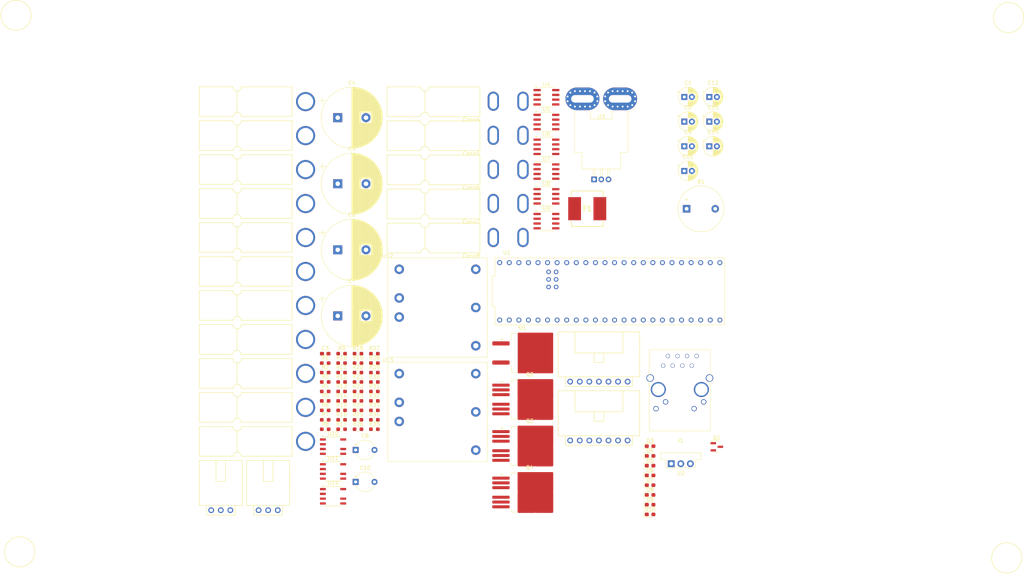
<source format=kicad_pcb>
(kicad_pcb (version 20240108) (generator "pcbnew") (generator_version "8.0")
  (layers (0 "F.Cu" signal) (31 "B.Cu" signal) (34 "B.Paste" user) (35 "F.Paste" user) (36 "B.SilkS" user "B.Silkscreen") (37 "F.SilkS" user "F.Silkscreen") (38 "B.Mask" user) (39 "F.Mask" user) (44 "Edge.Cuts" user))
  (net 0 "")
  (net 1 "Net-(B1-V-)")
  (net 2 "+3.3V")
  (net 3 "+BATT")
  (net 4 "GND")
  (net 5 "Net-(C3-Pad1)")
  (net 6 "Net-(D1-K)")
  (net 7 "NS_24V")
  (net 8 "POE_24V")
  (net 9 "CELL_SENSE_2")
  (net 10 "CELL_SENSE_4")
  (net 11 "CELL_SENSE_6")
  (net 12 "CELL_SENSE_5")
  (net 13 "CELL_SENSE_3")
  (net 14 "CELL_SENSE_1")
  (net 15 "CURRENT_SENSE")
  (net 16 "MOTOR_PWR")
  (net 17 "TEMP_SENSE")
  (net 18 "CELL_SENSE2_1")
  (net 19 "CELL_SENSE2_6")
  (net 20 "CELL_SENSE2_2")
  (net 21 "CELL_SENSE2_5")
  (net 22 "CELL_SENSE2_4")
  (net 23 "CELL_SENSE2_3")
  (net 24 "Net-(D3-A)")
  (net 25 "Net-(D4-A)")
  (net 26 "Net-(D5-A)")
  (net 27 "Net-(D6-A)")
  (net 28 "Net-(D7-A)")
  (net 29 "Net-(D8-A)")
  (net 30 "Net-(D9-A)")
  (net 31 "Net-(D10-A)")
  (net 33 "RX+")
  (net 34 "TX+")
  (net 35 "LED")
  (net 37 "TX-")
  (net 38 "RX-")
  (net 40 "BUZZER")
  (net 41 "LOW_CURRENT_PWR")
  (net 42 "Net-(Q2-G)")
  (net 43 "Net-(Q3-G)")
  (net 44 "AUX_PWR")
  (net 45 "Net-(Q4-G)")
  (net 46 "Net-(U14-FAULT)")
  (net 47 "+5V")
  (net 48 "Net-(U7--)")
  (net 49 "CELL1")
  (net 50 "Net-(U7-+)")
  (net 51 "Net-(U4-+)")
  (net 52 "CELL2")
  (net 53 "Net-(U4--)")
  (net 54 "Net-(U5-+)")
  (net 55 "CELL3")
  (net 56 "Net-(U5--)")
  (net 57 "Net-(U6-+)")
  (net 58 "CELL4")
  (net 59 "Net-(U6--)")
  (net 60 "Net-(U8-+)")
  (net 61 "CELL5")
  (net 62 "Net-(U8--)")
  (net 63 "Net-(U9-+)")
  (net 64 "CELL6")
  (net 65 "Net-(U9--)")
  (net 66 "Net-(U10-FAULT)")
  (net 67 "Net-(U11-FAULT)")
  (net 69 "NS_ENABLE")
  (net 74 "AUX_EN")
  (net 76 "POE_ENABLE")
  (net 78 "LC_EN")
  (net 83 "C_SENSE")
  (net 89 "ESTOP")
  (net 92 "MOTOR_EN")
  (net 97 "PACK_OUT")
  (footprint "MRDT_Connectors:Square_Anderson_2_H_Stacked" (layer "F.Cu") (at 144.044 56.8642)
    (property "Reference" "Conn6" (at -6.15 5.8 0) (layer "F.SilkS"))
    (property "Value" "AndersonPP")
    (pad "1" thru_hole oval (at 7.574 0.95) (size 3 5.1) (drill oval 2 4.1) (layers "*.Cu" "*.Mask" "F.Paste") (net 4 "GND"))
    (pad "4" thru_hole oval (at -0.3 0.95) (size 3 5.1) (drill oval 2 4.1) (layers "*.Cu" "*.Mask" "F.Paste") (net 16 "MOTOR_PWR"))
  )
  (footprint "Diode_SMD:D_0603_1608Metric_Pad1.05x0.95mm_HandSolder" (layer "F.Cu") (at 185.355 133.92)
    (property "Reference" "D4" (at 0 -1.43 0) (layer "F.SilkS"))
    (property "Value" "GREEN")
    (pad "1" smd roundrect (at -0.875 0) (size 1.05 0.95) (layers "F.Cu" "F.Paste" "F.Mask") (net 4 "GND"))
    (pad "2" smd roundrect (at 0.875 0) (size 1.05 0.95) (layers "F.Cu" "F.Paste" "F.Mask") (net 25 "Net-(D4-A)"))
  )
  (footprint "Capacitor_THT:CP_Radial_D5.0mm_P2.00mm" (layer "F.Cu") (at 201.06955 45.13)
    (property "Reference" "C13" (at 1 -3.75 0) (layer "F.SilkS"))
    (property "Value" "10uF")
    (pad "1" thru_hole rect (at 0 0) (size 1.6 1.6) (drill 0.8) (layers "*.Cu" "*.Mask") (net 4 "GND"))
    (pad "2" thru_hole circle (at 2 0) (size 1.6 1.6) (drill 0.8) (layers "*.Cu" "*.Mask") (net 7 "NS_24V"))
  )
  (footprint "Resistor_SMD:R_0603_1608Metric_Pad0.98x0.95mm_HandSolder" (layer "F.Cu") (at 103.48 109.27)
    (property "Reference" "R10" (at 0 -1.43 0) (layer "F.SilkS"))
    (property "Value" "36.5k")
    (pad "1" smd roundrect (at -0.9125 0) (size 0.975 0.95) (layers "F.Cu" "F.Paste" "F.Mask") (net 9 "CELL_SENSE_2"))
    (pad "2" smd roundrect (at 0.9125 0) (size 0.975 0.95) (layers "F.Cu" "F.Paste" "F.Mask") (net 53 "Net-(U4--)"))
  )
  (footprint "Diode_SMD:D_0603_1608Metric_Pad1.05x0.95mm_HandSolder" (layer "F.Cu") (at 185.355 146.87)
    (property "Reference" "D9" (at 0 -1.43 0) (layer "F.SilkS"))
    (property "Value" "GREEN")
    (pad "1" smd roundrect (at -0.875 0) (size 1.05 0.95) (layers "F.Cu" "F.Paste" "F.Mask") (net 4 "GND"))
    (pad "2" smd roundrect (at 0.875 0) (size 1.05 0.95) (layers "F.Cu" "F.Paste" "F.Mask") (net 30 "Net-(D9-A)"))
  )
  (footprint "MRDT_Drill_Holes:4_40_Hole_Corner" (layer "F.Cu") (at 13.0743 20.9257)
    (property "Reference" "H3" (hide yes))
    (property "Value" "MountingHole" (hide yes))
    (pad "" np_thru_hole circle (at 4.00812 -4.00812) (size 2.9464 2.9464) (drill 2.9464) (layers "*.Cu" "*.Mask") (clearance 2.5))
  )
  (footprint "Resistor_SMD:R_0603_1608Metric_Pad0.98x0.95mm_HandSolder" (layer "F.Cu") (at 103.48 121.82)
    (property "Reference" "R15" (at 0 -1.43 0) (layer "F.SilkS"))
    (property "Value" "36.5k")
    (pad "1" smd roundrect (at -0.9125 0) (size 0.975 0.95) (layers "F.Cu" "F.Paste" "F.Mask") (net 57 "Net-(U6-+)"))
    (pad "2" smd roundrect (at 0.9125 0) (size 0.975 0.95) (layers "F.Cu" "F.Paste" "F.Mask") (net 4 "GND"))
  )
  (footprint "Resistor_SMD:R_0603_1608Metric_Pad0.98x0.95mm_HandSolder" (layer "F.Cu") (at 103.48 119.31)
    (property "Reference" "R14" (at 0 -1.43 0) (layer "F.SilkS"))
    (property "Value" "36.5k")
    (pad "1" smd roundrect (at -0.9125 0) (size 0.975 0.95) (layers "F.Cu" "F.Paste" "F.Mask") (net 13 "CELL_SENSE_3"))
    (pad "2" smd roundrect (at 0.9125 0) (size 0.975 0.95) (layers "F.Cu" "F.Paste" "F.Mask") (net 56 "Net-(U5--)"))
  )
  (footprint "Package_SO:SOIC-8-N7_3.9x4.9mm_P1.27mm" (layer "F.Cu") (at 101.21 144.64)
    (property "Reference" "U14" (at 0 -3.5 0) (layer "F.SilkS"))
    (property "Value" "LT1910")
    (pad "1" smd rect (at -2.7 -1.905) (size 1.55 0.6) (layers "F.Cu" "F.Paste" "F.Mask") (net 4 "GND"))
    (pad "2" smd rect (at -2.7 -0.635) (size 1.55 0.6) (layers "F.Cu" "F.Paste" "F.Mask"))
    (pad "3" smd rect (at -2.7 0.635) (size 1.55 0.6) (layers "F.Cu" "F.Paste" "F.Mask") (net 46 "Net-(U14-FAULT)"))
    (pad "4" smd rect (at -2.7 1.905) (size 1.55 0.6) (layers "F.Cu" "F.Paste" "F.Mask") (net 74 "AUX_EN"))
    (pad "5" smd rect (at 2.7 1.905) (size 1.55 0.6) (layers "F.Cu" "F.Paste" "F.Mask") (net 45 "Net-(Q4-G)"))
    (pad "6" smd rect (at 2.7 0.635) (size 1.55 0.6) (layers "F.Cu" "F.Paste" "F.Mask") (net 3 "+BATT"))
    (pad "8" smd rect (at 2.7 -1.905) (size 1.55 0.6) (layers "F.Cu" "F.Paste" "F.Mask") (net 3 "+BATT"))
  )
  (footprint "Package_SO:SOIC-8-N7_3.9x4.9mm_P1.27mm" (layer "F.Cu") (at 101.21 138.05)
    (property "Reference" "U11" (at 0 -3.5 0) (layer "F.SilkS"))
    (property "Value" "LT1910")
    (pad "1" smd rect (at -2.7 -1.905) (size 1.55 0.6) (layers "F.Cu" "F.Paste" "F.Mask") (net 4 "GND"))
    (pad "2" smd rect (at -2.7 -0.635) (size 1.55 0.6) (layers "F.Cu" "F.Paste" "F.Mask"))
    (pad "3" smd rect (at -2.7 0.635) (size 1.55 0.6) (layers "F.Cu" "F.Paste" "F.Mask") (net 67 "Net-(U11-FAULT)"))
    (pad "4" smd rect (at -2.7 1.905) (size 1.55 0.6) (layers "F.Cu" "F.Paste" "F.Mask") (net 92 "MOTOR_EN"))
    (pad "5" smd rect (at 2.7 1.905) (size 1.55 0.6) (layers "F.Cu" "F.Paste" "F.Mask") (net 43 "Net-(Q3-G)"))
    (pad "6" smd rect (at 2.7 0.635) (size 1.55 0.6) (layers "F.Cu" "F.Paste" "F.Mask") (net 3 "+BATT"))
    (pad "8" smd rect (at 2.7 -1.905) (size 1.55 0.6) (layers "F.Cu" "F.Paste" "F.Mask") (net 3 "+BATT"))
  )
  (footprint "MRDT_Connectors:Square_Anderson_2_H_Stacked" (layer "F.Cu") (at 144.044 47.8148)
    (property "Reference" "Conn5" (at -6.15 5.8 0) (layer "F.SilkS"))
    (property "Value" "AndersonPP")
    (pad "1" thru_hole oval (at 7.574 0.95) (size 3 5.1) (drill oval 2 4.1) (layers "*.Cu" "*.Mask" "F.Paste") (net 4 "GND"))
    (pad "4" thru_hole oval (at -0.3 0.95) (size 3 5.1) (drill oval 2 4.1) (layers "*.Cu" "*.Mask" "F.Paste") (net 16 "MOTOR_PWR"))
  )
  (footprint "Package_SO:SOIC-8_3.9x4.9mm_P1.27mm" (layer "F.Cu") (at 157.84 64.98)
    (property "Reference" "U8" (at 0 -3.4 0) (layer "F.SilkS"))
    (property "Value" "~")
    (pad "1" smd roundrect (at -2.475 -1.905) (size 1.95 0.6) (layers "F.Cu" "F.Paste" "F.Mask") (net 60 "Net-(U8-+)"))
    (pad "2" smd roundrect (at -2.475 -0.635) (size 1.95 0.6) (layers "F.Cu" "F.Paste" "F.Mask") (net 62 "Net-(U8--)"))
    (pad "3" smd roundrect (at -2.475 0.635) (size 1.95 0.6) (layers "F.Cu" "F.Paste" "F.Mask") (net 3 "+BATT"))
    (pad "4" smd roundrect (at -2.475 1.905) (size 1.95 0.6) (layers "F.Cu" "F.Paste" "F.Mask") (net 4 "GND"))
    (pad "5" smd roundrect (at 2.475 1.905) (size 1.95 0.6) (layers "F.Cu" "F.Paste" "F.Mask") (net 12 "CELL_SENSE_5"))
    (pad "6" smd roundrect (at 2.475 0.635) (size 1.95 0.6) (layers "F.Cu" "F.Paste" "F.Mask"))
    (pad "7" smd roundrect (at 2.475 -0.635) (size 1.95 0.6) (layers "F.Cu" "F.Paste" "F.Mask"))
    (pad "8" smd roundrect (at 2.475 -1.905) (size 1.95 0.6) (layers "F.Cu" "F.Paste" "F.Mask"))
  )
  (footprint "MRDT_Connectors:Square_Anderson_2_H_Stacked" (layer "F.Cu") (at 144.044 38.7654)
    (property "Reference" "Conn4" (at -6.15 5.8 0) (layer "F.SilkS"))
    (property "Value" "AndersonPP")
    (pad "1" thru_hole oval (at 7.574 0.95) (size 3 5.1) (drill oval 2 4.1) (layers "*.Cu" "*.Mask" "F.Paste") (net 4 "GND"))
    (pad "4" thru_hole oval (at -0.3 0.95) (size 3 5.1) (drill oval 2 4.1) (layers "*.Cu" "*.Mask" "F.Paste") (net 16 "MOTOR_PWR"))
  )
  (footprint "Capacitor_THT:CP_Radial_D5.0mm_P2.00mm" (layer "F.Cu") (at 194.429775 58.23)
    (property "Reference" "C11" (at 1 -3.75 0) (layer "F.SilkS"))
    (property "Value" "10uF")
    (pad "1" thru_hole rect (at 0 0) (size 1.6 1.6) (drill 0.8) (layers "*.Cu" "*.Mask") (net 4 "GND"))
    (pad "2" thru_hole circle (at 2 0) (size 1.6 1.6) (drill 0.8) (layers "*.Cu" "*.Mask") (net 8 "POE_24V"))
  )
  (footprint "Resistor_SMD:R_0603_1608Metric_Pad0.98x0.95mm_HandSolder" (layer "F.Cu") (at 99.13 121.82)
    (property "Reference" "R6" (at 0 -1.43 0) (layer "F.SilkS"))
    (property "Value" "36.5k")
    (pad "1" smd roundrect (at -0.9125 0) (size 0.975 0.95) (layers "F.Cu" "F.Paste" "F.Mask") (net 50 "Net-(U7-+)"))
    (pad "2" smd roundrect (at 0.9125 0) (size 0.975 0.95) (layers "F.Cu" "F.Paste" "F.Mask") (net 4 "GND"))
  )
  (footprint "MRDT_Devices:PKE3316ZPI" (layer "F.Cu") (at 115.725 81.295)
    (property "Reference" "U12" (at 0 -0.5 0) (layer "F.SilkS"))
    (property "Value" "PKE3316ZPI")
    (pad "1" thru_hole circle (at 3.048 3.048) (size 2.54 2.54) (drill 1.397) (layers "*.Cu" "*.Mask") (net 76 "POE_ENABLE"))
    (pad "2" thru_hole circle (at 3.048 10.668) (size 2.54 2.54) (drill 1.397) (layers "*.Cu" "*.Mask") (net 4 "GND"))
    (pad "3" thru_hole circle (at 3.048 15.748) (size 2.54 2.54) (drill 1.397) (layers "*.Cu" "*.Mask") (net 3 "+BATT"))
    (pad "4" thru_hole circle (at 23.368 23.368) (size 2.54 2.54) (drill 1.397) (layers "*.Cu" "*.Mask") (net 8 "POE_24V"))
    (pad "5" thru_hole circle (at 23.368 13.208) (size 2.54 2.54) (drill 1.397) (layers "*.Cu" "*.Mask"))
    (pad "6" thru_hole circle (at 23.368 3.048) (size 2.54 2.54) (drill 1.397) (layers "*.Cu" "*.Mask") (net 4 "GND"))
  )
  (footprint "MRDT_Connectors:MOLEX_SL_03_Horizontal" (layer "F.Cu") (at 68.875 148.348)
    (property "Reference" "Conn3" (hide yes))
    (property "Value" "Molex_SL_03")
    (pad "" np_thru_hole circle (at -1.27 -8.636) (size 3.45 3.45) (drill 3.45) (layers "*.Cu" "*.Mask"))
    (pad "" np_thru_hole circle (at 6.35 -8.636) (size 3.45 3.45) (drill 3.45) (layers "*.Cu" "*.Mask"))
    (pad "1" thru_hole circle (at 0 0) (size 1.524 1.524) (drill 0.9) (layers "*.Cu" "*.Mask") (net 2 "+3.3V"))
    (pad "2" thru_hole circle (at 2.54 0) (size 1.524 1.524) (drill 0.9) (layers "*.Cu" "*.Mask") (net 15 "CURRENT_SENSE"))
    (pad "3" thru_hole circle (at 5.08 0) (size 1.524 1.524) (drill 0.9) (layers "*.Cu" "*.Mask") (net 4 "GND"))
  )
  (footprint "Resistor_SMD:R_0603_1608Metric_Pad0.98x0.95mm_HandSolder" (layer "F.Cu") (at 107.83 106.76)
    (property "Reference" "R18" (at 0 -1.43 0) (layer "F.SilkS"))
    (property "Value" "36.5k")
    (pad "1" smd roundrect (at -0.9125 0) (size 0.975 0.95) (layers "F.Cu" "F.Paste" "F.Mask") (net 10 "CELL_SENSE_4"))
    (pad "2" smd roundrect (at 0.9125 0) (size 0.975 0.95) (layers "F.Cu" "F.Paste" "F.Mask") (net 59 "Net-(U6--)"))
  )
  (footprint "Resistor_SMD:R_0603_1608Metric_Pad0.98x0.95mm_HandSolder" (layer "F.Cu") (at 112.18 124.33)
    (property "Reference" "R34" (at 0 -1.43 0) (layer "F.SilkS"))
    (property "Value" "1.5k")
    (pad "1" smd roundrect (at -0.9125 0) (size 0.975 0.95) (layers "F.Cu" "F.Paste" "F.Mask") (net 41 "LOW_CURRENT_PWR"))
    (pad "2" smd roundrect (at 0.9125 0) (size 0.975 0.95) (layers "F.Cu" "F.Paste" "F.Mask") (net 30 "Net-(D9-A)"))
  )
  (footprint "Resistor_SMD:R_0603_1608Metric_Pad0.98x0.95mm_HandSolder" (layer "F.Cu") (at 112.18 114.29)
    (property "Reference" "R30" (at 0 -1.43 0) (layer "F.SilkS"))
    (property "Value" "1.5k")
    (pad "1" smd roundrect (at -0.9125 0) (size 0.975 0.95) (layers "F.Cu" "F.Paste" "F.Mask") (net 7 "NS_24V"))
    (pad "2" smd roundrect (at 0.9125 0) (size 0.975 0.95) (layers "F.Cu" "F.Paste" "F.Mask") (net 26 "Net-(D5-A)"))
  )
  (footprint "Resistor_SMD:R_0603_1608Metric_Pad0.98x0.95mm_HandSolder" (layer "F.Cu") (at 107.83 109.27)
    (property "Reference" "R19" (at 0 -1.43 0) (layer "F.SilkS"))
    (property "Value" "36.5k")
    (pad "1" smd roundrect (at -0.9125 0) (size 0.975 0.95) (layers "F.Cu" "F.Paste" "F.Mask") (net 60 "Net-(U8-+)"))
    (pad "2" smd roundrect (at 0.9125 0) (size 0.975 0.95) (layers "F.Cu" "F.Paste" "F.Mask") (net 4 "GND"))
  )
  (footprint "Package_TO_SOT_SMD:TO-263-6" (layer "F.Cu") (at 153.42 143.63)
    (property "Reference" "Q4" (at 0 -6.65 0) (layer "F.SilkS"))
    (property "Value" "IPB180N10S4-02")
    (pad "1" smd roundrect (at -7.65 -3.81) (size 4.6 0.8) (layers "F.Cu" "F.Paste" "F.Mask") (net 45 "Net-(Q4-G)"))
    (pad "2" smd roundrect (at -7.65 -2.54) (size 4.6 0.8) (layers "F.Cu" "F.Paste" "F.Mask") (net 44 "AUX_PWR"))
    (pad "3" smd roundrect (at -7.65 -1.27) (size 4.6 0.8) (layers "F.Cu" "F.Paste" "F.Mask") (net 44 "AUX_PWR"))
    (pad "4" smd roundrect (at -0.925 -2.775) (size 4.55 5.25) (layers "F.Cu" "F.Paste") (roundrect_rratio 0.054945) (net 3 "+BATT"))
    (pad "4" smd roundrect (at -0.925 2.775) (size 4.55 5.25) (layers "F.Cu" "F.Paste") (roundrect_rratio 0.054945) (net 3 "+BATT"))
    (pad "4" smd roundrect (at 1.5 0) (size 9.4 10.8) (layers "F.Cu" "F.Mask") (roundrect_rratio 0.026596) (net 3 "+BATT"))
    (pad "4" smd roundrect (at 3.925 -2.775) (size 4.55 5.25) (layers "F.Cu" "F.Paste") (roundrect_rratio 0.054945) (net 3 "+BATT"))
    (pad "4" smd roundrect (at 3.925 2.775) (size 4.55 5.25) (layers "F.Cu" "F.Paste") (roundrect_rratio 0.054945) (net 3 "+BATT"))
    (pad "5" smd roundrect (at -7.65 1.27) (size 4.6 0.8) (layers "F.Cu" "F.Paste" "F.Mask") (net 44 "AUX_PWR"))
    (pad "6" smd roundrect (at -7.65 2.54) (size 4.6 0.8) (layers "F.Cu" "F.Paste" "F.Mask") (net 44 "AUX_PWR"))
    (pad "7" smd roundrect (at -7.65 3.81) (size 4.6 0.8) (layers "F.Cu" "F.Paste" "F.Mask") (net 44 "AUX_PWR"))
  )
  (footprint "Capacitor_SMD:C_0603_1608Metric_Pad1.08x0.95mm_HandSolder" (layer "F.Cu") (at 99.13 106.76)
    (property "Reference" "C3" (at 0 -1.43 0) (layer "F.SilkS"))
    (property "Value" "0.1uF")
    (pad "1" smd roundrect (at -0.8625 0) (size 1.075 0.95) (layers "F.Cu" "F.Paste" "F.Mask") (net 5 "Net-(C3-Pad1)"))
    (pad "2" smd roundrect (at 0.8625 0) (size 1.075 0.95) (layers "F.Cu" "F.Paste" "F.Mask") (net 4 "GND"))
  )
  (footprint "Package_SO:SOIC-8-N7_3.9x4.9mm_P1.27mm" (layer "F.Cu") (at 101.21 131.46)
    (property "Reference" "U10" (at 0 -3.5 0) (layer "F.SilkS"))
    (property "Value" "LT1910")
    (pad "1" smd rect (at -2.7 -1.905) (size 1.55 0.6) (layers "F.Cu" "F.Paste" "F.Mask") (net 4 "GND"))
    (pad "2" smd rect (at -2.7 -0.635) (size 1.55 0.6) (layers "F.Cu" "F.Paste" "F.Mask"))
    (pad "3" smd rect (at -2.7 0.635) (size 1.55 0.6) (layers "F.Cu" "F.Paste" "F.Mask") (net 66 "Net-(U10-FAULT)"))
    (pad "4" smd rect (at -2.7 1.905) (size 1.55 0.6) (layers "F.Cu" "F.Paste" "F.Mask") (net 78 "LC_EN"))
    (pad "5" smd rect (at 2.7 1.905) (size 1.55 0.6) (layers "F.Cu" "F.Paste" "F.Mask") (net 42 "Net-(Q2-G)"))
    (pad "6" smd rect (at 2.7 0.635) (size 1.55 0.6) (layers "F.Cu" "F.Paste" "F.Mask") (net 3 "+BATT"))
    (pad "8" smd rect (at 2.7 -1.905) (size 1.55 0.6) (layers "F.Cu" "F.Paste" "F.Mask") (net 3 "+BATT"))
  )
  (footprint "Resistor_SMD:R_0603_1608Metric_Pad0.98x0.95mm_HandSolder" (layer "F.Cu") (at 103.48 124.33)
    (property "Reference" "R16" (at 0 -1.43 0) (layer "F.SilkS"))
    (property "Value" "46.4k")
    (pad "1" smd roundrect (at -0.9125 0) (size 0.975 0.95) (layers "F.Cu" "F.Paste" "F.Mask") (net 57 "Net-(U6-+)"))
    (pad "2" smd roundrect (at 0.9125 0) (size 0.975 0.95) (layers "F.Cu" "F.Paste" "F.Mask") (net 58 "CELL4"))
  )
  (footprint "Resistor_SMD:R_0603_1608Metric_Pad0.98x0.95mm_HandSolder" (layer "F.Cu") (at 112.18 126.84)
    (property "Reference" "R35" (at 0 -1.43 0) (layer "F.SilkS"))
    (property "Value" "1.5k")
    (pad "1" smd roundrect (at -0.9125 0) (size 0.975 0.95) (layers "F.Cu" "F.Paste" "F.Mask") (net 3 "+BATT"))
    (pad "2" smd roundrect (at 0.9125 0) (size 0.975 0.95) (layers "F.Cu" "F.Paste" "F.Mask") (net 31 "Net-(D10-A)"))
  )
  (footprint "Capacitor_THT:CP_Radial_D5.0mm_P2.00mm" (layer "F.Cu") (at 194.429775 45.13)
    (property "Reference" "C2" (at 1 -3.75 0) (layer "F.SilkS"))
    (property "Value" "10uF")
    (pad "1" thru_hole rect (at 0 0) (size 1.6 1.6) (drill 0.8) (layers "*.Cu" "*.Mask") (net 2 "+3.3V"))
    (pad "2" thru_hole circle (at 2 0) (size 1.6 1.6) (drill 0.8) (layers "*.Cu" "*.Mask") (net 4 "GND"))
  )
  (footprint "Resistor_SMD:R_0603_1608Metric_Pad0.98x0.95mm_HandSolder" (layer "F.Cu") (at 107.83 119.31)
    (property "Reference" "R23" (at 0 -1.43 0) (layer "F.SilkS"))
    (property "Value" "36.5k")
    (pad "1" smd roundrect (at -0.9125 0) (size 0.975 0.95) (layers "F.Cu" "F.Paste" "F.Mask") (net 63 "Net-(U9-+)"))
    (pad "2" smd roundrect (at 0.9125 0) (size 0.975 0.95) (layers "F.Cu" "F.Paste" "F.Mask") (net 4 "GND"))
  )
  (footprint "MRDT_Connectors:MOLEX_SL_07_Horizontal" (layer "F.Cu") (at 164.145 114.188)
    (property "Reference" "Conn2" (hide yes))
    (property "Value" "Molex_SL_07")
    (pad "" np_thru_hole circle (at -1.27 -8.636) (size 3.45 3.45) (drill 3.45) (layers "*.Cu" "*.Mask"))
    (pad "" np_thru_hole circle (at 16.51 -8.636) (size 3.45 3.45) (drill 3.45) (layers "*.Cu" "*.Mask"))
    (pad "1" thru_hole circle (at 0 0) (size 1.524 1.524) (drill 0.9) (layers "*.Cu" "*.Mask") (net 11 "CELL_SENSE_6"))
    (pad "2" thru_hole circle (at 2.54 0) (size 1.524 1.524) (drill 0.9) (layers "*.Cu" "*.Mask") (net 12 "CELL_SENSE_5"))
    (pad "3" thru_hole circle (at 5.08 0) (size 1.524 1.524) (drill 0.9) (layers "*.Cu" "*.Mask") (net 10 "CELL_SENSE_4"))
    (pad "4" thru_hole circle (at 7.62 0) (size 1.524 1.524) (drill 0.9) (layers "*.Cu" "*.Mask") (net 13 "CELL_SENSE_3"))
    (pad "5" thru_hole circle (at 10.16 0) (size 1.524 1.524) (drill 0.9) (layers "*.Cu" "*.Mask") (net 9 "CELL_SENSE_2"))
    (pad "6" thru_hole circle (at 12.7 0) (size 1.524 1.524) (drill 0.9) (layers "*.Cu" "*.Mask") (net 14 "CELL_SENSE_1"))
    (pad "7" thru_hole circle (at 15.24 0) (size 1.524 1.524) (drill 0.9) (layers "*.Cu" "*.Mask") (net 4 "GND"))
  )
  (footprint "Capacitor_THT:CP_Radial_D5.0mm_P2.00mm" (layer "F.Cu") (at 194.429775 51.68)
    (property "Reference" "C9" (at 1 -3.75 0) (layer "F.SilkS"))
    (property "Value" "10uF")
    (pad "1" thru_hole rect (at 0 0) (size 1.6 1.6) (drill 0.8) (layers "*.Cu" "*.Mask") (net 3 "+BATT"))
    (pad "2" thru_hole circle (at 2 0) (size 1.6 1.6) (drill 0.8) (layers "*.Cu" "*.Mask") (net 4 "GND"))
  )
  (footprint "MRDT_Connectors:Anderson_1_Horizontal" (layer "F.Cu") (at 93.894 85.064)
    (property "Reference" "Conn14" (hide yes))
    (property "Value" "AndersonPP")
    (pad "1" thru_hole circle (at 0.0254 -0.127) (size 5.08 5.08) (drill 4.06) (layers "*.Cu" "*.Mask" "F.Paste") (net 4 "GND"))
  )
  (footprint "Resistor_SMD:R_0603_1608Metric_Pad0.98x0.95mm_HandSolder" (layer "F.Cu") (at 107.83 126.84)
    (property "Reference" "R26" (at 0 -1.43 0) (layer "F.SilkS"))
    (property "Value" "36.5k")
    (pad "1" smd roundrect (at -0.9125 0) (size 0.975 0.95) (layers "F.Cu" "F.Paste" "F.Mask") (net 11 "CELL_SENSE_6"))
    (pad "2" smd roundrect (at 0.9125 0) (size 0.975 0.95) (layers "F.Cu" "F.Paste" "F.Mask") (net 65 "Net-(U9--)"))
  )
  (footprint "Resistor_SMD:R_0603_1608Metric_Pad0.98x0.95mm_HandSolder" (layer "F.Cu") (at 99.13 111.78)
    (property "Reference" "R2" (at 0 -1.43 0) (layer "F.SilkS"))
    (property "Value" "5.1k")
    (pad "1" smd roundrect (at -0.9125 0) (size 0.975 0.95) (layers "F.Cu" "F.Paste" "F.Mask") (net 47 "+5V"))
    (pad "2" smd roundrect (at 0.9125 0) (size 0.975 0.95) (layers "F.Cu" "F.Paste" "F.Mask") (net 46 "Net-(U14-FAULT)"))
  )
  (footprint "Resistor_SMD:R_0603_1608Metric_Pad0.98x0.95mm_HandSolder" (layer "F.Cu") (at 107.83 114.29)
    (property "Reference" "R21" (at 0 -1.43 0) (layer "F.SilkS"))
    (property "Value" "46.4k")
    (pad "1" smd roundrect (at -0.9125 0) (size 0.975 0.95) (layers "F.Cu" "F.Paste" "F.Mask") (net 62 "Net-(U8--)"))
    (pad "2" smd roundrect (at 0.9125 0) (size 0.975 0.95) (layers "F.Cu" "F.Paste" "F.Mask") (net 58 "CELL4"))
  )
  (footprint "MRDT_Connectors:Anderson_1_Horizontal" (layer "F.Cu") (at 93.894 94.088)
    (property "Reference" "Conn15" (hide yes))
    (property "Value" "AndersonPP")
    (pad "1" thru_hole circle (at 0.0254 -0.127) (size 5.08 5.08) (drill 4.06) (layers "*.Cu" "*.Mask" "F.Paste") (net 4 "GND"))
  )
  (footprint "Resistor_SMD:R_0603_1608Metric_Pad0.98x0.95mm_HandSolder" (layer "F.Cu") (at 103.48 106.76)
    (property "Reference" "R9" (at 0 -1.43 0) (layer "F.SilkS"))
    (property "Value" "46.4k")
    (pad "1" smd roundrect (at -0.9125 0) (size 0.975 0.95) (layers "F.Cu" "F.Paste" "F.Mask") (net 53 "Net-(U4--)"))
    (pad "2" smd roundrect (at 0.9125 0) (size 0.975 0.95) (layers "F.Cu" "F.Paste" "F.Mask") (net 49 "CELL1"))
  )
  (footprint "MRDT_Connectors:Anderson_1_Horizontal" (layer "F.Cu") (at 93.894 112.136)
    (property "Reference" "Conn17" (hide yes))
    (property "Value" "AndersonPP")
    (pad "1" thru_hole circle (at 0.0254 -0.127) (size 5.08 5.08) (drill 4.06) (layers "*.Cu" "*.Mask" "F.Paste") (net 4 "GND"))
  )
  (footprint "Capacitor_THT:CP_Radial_D16.0mm_P7.50mm" (layer "F.Cu") (at 102.454491 96.73)
    (property "Reference" "C7" (at 3.75 -9.25 0) (layer "F.SilkS"))
    (property "Value" "1000uF")
    (pad "1" thru_hole rect (at 0 0) (size 2.4 2.4) (drill 1.2) (layers "*.Cu" "*.Mask") (net 6 "Net-(D1-K)"))
    (pad "2" thru_hole circle (at 7.5 0) (size 2.4 2.4) (drill 1.2) (layers "*.Cu" "*.Mask") (net 4 "GND"))
  )
  (footprint "Diode_SMD:D_0603_1608Metric_Pad1.05x0.95mm_HandSolder" (layer "F.Cu") (at 185.355 141.69)
    (property "Reference" "D7" (at 0 -1.43 0) (layer "F.SilkS"))
    (property "Value" "GREEN")
    (pad "1" smd roundrect (at -0.875 0) (size 1.05 0.95) (layers "F.Cu" "F.Paste" "F.Mask") (net 4 "GND"))
    (pad "2" smd roundrect (at 0.875 0) (size 1.05 0.95) (layers "F.Cu" "F.Paste" "F.Mask") (net 28 "Net-(D7-A)"))
  )
  (footprint "Capacitor_THT:CP_Radial_D5.0mm_P2.00mm" (layer "F.Cu") (at 194.429775 38.58)
    (property "Reference" "C1" (at 1 -3.75 0) (layer "F.SilkS"))
    (property "Value" "10uF")
    (pad "1" thru_hole rect (at 0 0) (size 1.6 1.6) (drill 0.8) (layers "*.Cu" "*.Mask") (net 3 "+BATT"))
    (pad "2" thru_hole circle (at 2 0) (size 1.6 1.6) (drill 0.8) (layers "*.Cu" "*.Mask") (net 4 "GND"))
  )
  (footprint "Resistor_SMD:R_0603_1608Metric_Pad0.98x0.95mm_HandSolder" (layer "F.Cu") (at 103.48 116.8)
    (property "Reference" "R13" (at 0 -1.43 0) (layer "F.SilkS"))
    (property "Value" "46.4k")
    (pad "1" smd roundrect (at -0.9125 0) (size 0.975 0.95) (layers "F.Cu" "F.Paste" "F.Mask") (net 56 "Net-(U5--)"))
    (pad "2" smd roundrect (at 0.9125 0) (size 0.975 0.95) (layers "F.Cu" "F.Paste" "F.Mask") (net 52 "CELL2"))
  )
  (footprint "Resistor_SMD:R_0603_1608Metric_Pad0.98x0.95mm_HandSolder" (layer "F.Cu") (at 99.13 119.31)
    (property "Reference" "R5" (at 0 -1.43 0) (layer "F.SilkS"))
    (property "Value" "46.4k")
    (pad "1" smd roundrect (at -0.9125 0) (size 0.975 0.95) (layers "F.Cu" "F.Paste" "F.Mask") (net 50 "Net-(U7-+)"))
    (pad "2" smd roundrect (at 0.9125 0) (size 0.975 0.95) (layers "F.Cu" "F.Paste" "F.Mask") (net 49 "CELL1"))
  )
  (footprint "Capacitor_THT:CP_Radial_D16.0mm_P7.50mm" (layer "F.Cu") (at 102.454491 61.63)
    (property "Reference" "C5" (at 3.75 -9.25 0) (layer "F.SilkS"))
    (property "Value" "1000uF")
    (pad "1" thru_hole rect (at 0 0) (size 2.4 2.4) (drill 1.2) (layers "*.Cu" "*.Mask") (net 6 "Net-(D1-K)"))
    (pad "2" thru_hole circle (at 7.5 0) (size 2.4 2.4) (drill 1.2) (layers "*.Cu" "*.Mask") (net 4 "GND"))
  )
  (footprint "MRDT_Connectors:Anderson_1_Horizontal" (layer "F.Cu") (at 93.894 48.968)
    (property "Reference" "Conn10" (hide yes))
    (property "Value" "AndersonPP")
    (pad "1" thru_hole circle (at 0.0254 -0.127) (size 5.08 5.08) (drill 4.06) (layers "*.Cu" "*.Mask" "F.Paste") (net 4 "GND"))
  )
  (footprint "Package_SO:SOIC-8_3.9x4.9mm_P1.27mm" (layer "F.Cu") (at 157.84 45.24)
    (property "Reference" "U5" (at 0 -3.4 0) (layer "F.SilkS"))
    (property "Value" "~")
    (pad "1" smd roundrect (at -2.475 -1.905) (size 1.95 0.6) (layers "F.Cu" "F.Paste" "F.Mask") (net 54 "Net-(U5-+)"))
    (pad "2" smd roundrect (at -2.475 -0.635) (size 1.95 0.6) (layers "F.Cu" "F.Paste" "F.Mask") (net 56 "Net-(U5--)"))
    (pad "3" smd roundrect (at -2.475 0.635) (size 1.95 0.6) (layers "F.Cu" "F.Paste" "F.Mask") (net 3 "+BATT"))
    (pad "4" smd roundrect (at -2.475 1.905) (size 1.95 0.6) (layers "F.Cu" "F.Paste" "F.Mask") (net 4 "GND"))
    (pad "5" smd roundrect (at 2.475 1.905) (size 1.95 0.6) (layers "F.Cu" "F.Paste" "F.Mask") (net 13 "CELL_SENSE_3"))
    (pad "6" smd roundrect (at 2.475 0.635) (size 1.95 0.6) (layers "F.Cu" "F.Paste" "F.Mask"))
    (pad "7" smd roundrect (at 2.475 -0.635) (size 1.95 0.6) (layers "F.Cu" "F.Paste" "F.Mask"))
    (pad "8" smd roundrect (at 2.475 -1.905) (size 1.95 0.6) (layers "F.Cu" "F.Paste" "F.Mask"))
  )
  (footprint "Diode_SMD:D_0603_1608Metric_Pad1.05x0.95mm_HandSolder" (layer "F.Cu") (at 185.355 131.33)
    (property "Reference" "D3" (at 0 -1.43 0) (layer "F.SilkS"))
    (property "Value" "RED")
    (pad "1" smd roundrect (at -0.875 0) (size 1.05 0.95) (layers "F.Cu" "F.Paste" "F.Mask") (net 1 "Net-(B1-V-)"))
    (pad "2" smd roundrect (at 0.875 0) (size 1.05 0.95) (layers "F.Cu" "F.Paste" "F.Mask") (net 24 "Net-(D3-A)"))
  )
  (footprint "Package_TO_SOT_SMD:TO-263-6" (layer "F.Cu") (at 153.42 131.28)
    (property "Reference" "Q3" (at 0 -6.65 0) (layer "F.SilkS"))
    (property "Value" "IPB180N10S4-02")
    (pad "1" smd roundrect (at -7.65 -3.81) (size 4.6 0.8) (layers "F.Cu" "F.Paste" "F.Mask") (net 43 "Net-(Q3-G)"))
    (pad "2" smd roundrect (at -7.65 -2.54) (size 4.6 0.8) (layers "F.Cu" "F.Paste" "F.Mask") (net 16 "MOTOR_PWR"))
    (pad "3" smd roundrect (at -7.65 -1.27) (size 4.6 0.8) (layers "F.Cu" "F.Paste" "F.Mask") (net 16 "MOTOR_PWR"))
    (pad "4" smd roundrect (at -0.925 -2.775) (size 4.55 5.25) (layers "F.Cu" "F.Paste") (roundrect_rratio 0.054945) (net 3 "+BATT"))
    (pad "4" smd roundrect (at -0.925 2.775) (size 4.55 5.25) (layers "F.Cu" "F.Paste") (roundrect_rratio 0.054945) (net 3 "+BATT"))
    (pad "4" smd roundrect (at 1.5 0) (size 9.4 10.8) (layers "F.Cu" "F.Mask") (roundrect_rratio 0.026596) (net 3 "+BATT"))
    (pad "4" smd roundrect (at 3.925 -2.775) (size 4.55 5.25) (layers "F.Cu" "F.Paste") (roundrect_rratio 0.054945) (net 3 "+BATT"))
    (pad "4" smd roundrect (at 3.925 2.775) (size 4.55 5.25) (layers "F.Cu" "F.Paste") (roundrect_rratio 0.054945) (net 3 "+BATT"))
    (pad "5" smd roundrect (at -7.65 1.27) (size 4.6 0.8) (layers "F.Cu" "F.Paste" "F.Mask") (net 16 "MOTOR_PWR"))
    (pad "6" smd roundrect (at -7.65 2.54) (size 4.6 0.8) (layers "F.Cu" "F.Paste" "F.Mask") (net 16 "MOTOR_PWR"))
    (pad "7" smd roundrect (at -7.65 3.81) (size 4.6 0.8) (layers "F.Cu" "F.Paste" "F.Mask") (net 16 "MOTOR_PWR"))
  )
  (footprint "Resistor_SMD:R_0603_1608Metric_Pad0.98x0.95mm_HandSolder" (layer "F.Cu") (at 107.83 121.82)
    (property "Reference" "R24" (at 0 -1.43 0) (layer "F.SilkS"))
    (property "Value" "46.4k")
    (pad "1" smd roundrect (at -0.9125 0) (size 0.975 0.95) (layers "F.Cu" "F.Paste" "F.Mask") (net 63 "Net-(U9-+)"))
    (pad "2" smd roundrect (at 0.9125 0) (size 0.975 0.95) (layers "F.Cu" "F.Paste" "F.Mask") (net 64 "CELL6"))
  )
  (footprint "MRDT_Devices:PKE3316ZPI" (layer "F.Cu") (at 115.725 109.021)
    (property "Reference" "U13" (at 0 -0.5 0) (layer "F.SilkS"))
    (property "Value" "PKE3316ZPI")
    (pad "1" thru_hole circle (at 3.048 3.048) (size 2.54 2.54) (drill 1.397) (layers "*.Cu" "*.Mask") (net 69 "NS_ENABLE"))
    (pad "2" thru_hole circle (at 3.048 10.668) (size 2.54 2.54) (drill 1.397) (layers "*.Cu" "*.Mask") (net 4 "GND"))
    (pad "3" thru_hole circle (at 3.048 15.748) (size 2.54 2.54) (drill 1.397) (layers "*.Cu" "*.Mask") (net 3 "+BATT"))
    (pad "4" thru_hole circle (at 23.368 23.368) (size 2.54 2.54) (drill 1.397) (layers "*.Cu" "*.Mask") (net 7 "NS_24V"))
    (pad "5" thru_hole circle (at 23.368 13.208) (size 2.54 2.54) (drill 1.397) (layers "*.Cu" "*.Mask"))
    (pad "6" thru_hole circle (at 23.368 3.048) (size 2.54 2.54) (drill 1.397) (layers "*.Cu" "*.Mask") (net 4 "GND"))
  )
  (footprint "Resistor_SMD:R_0603_1608Metric_Pad0.98x0.95mm_HandSolder" (layer "F.Cu") (at 112.18 116.8)
    (property "Reference" "R31" (at 0 -1.43 0) (layer "F.SilkS"))
    (property "Value" "1.5k")
    (pad "1" smd roundrect (at -0.9125 0) (size 0.975 0.95) (layers "F.Cu" "F.Paste" "F.Mask") (net 8 "POE_24V"))
    (pad "2" smd roundrect (at 0.9125 0) (size 0.975 0.95) (layers "F.Cu" "F.Paste" "F.Mask") (net 27 "Net-(D6-A)"))
  )
  (footprint "MRDT_Connectors:Anderson_1_Horizontal" (layer "F.Cu") (at 93.894 57.992)
    (property "Reference" "Conn11" (hide yes))
    (property "Value" "AndersonPP")
    (pad "1" thru_hole circle (at 0.0254 -0.127) (size 5.08 5.08) (drill 4.06) (layers "*.Cu" "*.Mask" "F.Paste") (net 4 "GND"))
  )
  (footprint "Resistor_SMD:R_0603_1608Metric_Pad0.98x0.95mm_HandSolder" (layer "F.Cu") (at 107.83 116.8)
    (property "Reference" "R22" (at 0 -1.43 0) (layer "F.SilkS"))
    (property "Value" "36.5k")
    (pad "1" smd roundrect (at -0.9125 0) (size 0.975 0.95) (layers "F.Cu" "F.Paste" "F.Mask") (net 12 "CELL_SENSE_5"))
    (pad "2" smd roundrect (at 0.9125 0) (size 0.975 0.95) (layers "F.Cu" "F.Paste" "F.Mask") (net 62 "Net-(U8--)"))
  )
  (footprint "Package_SO:SOIC-8_3.9x4.9mm_P1.27mm" (layer "F.Cu") (at 157.84 51.82)
    (property "Reference" "U6" (at 0 -3.4 0) (layer "F.SilkS"))
    (property "Value" "~")
    (pad "1" smd roundrect (at -2.475 -1.905) (size 1.95 0.6) (layers "F.Cu" "F.Paste" "F.Mask") (net 57 "Net-(U6-+)"))
    (pad "2" smd roundrect (at -2.475 -0.635) (size 1.95 0.6) (layers "F.Cu" "F.Paste" "F.Mask") (net 59 "Net-(U6--)"))
    (pad "3" smd roundrect (at -2.475 0.635) (size 1.95 0.6) (layers "F.Cu" "F.Paste" "F.Mask") (net 3 "+BATT"))
    (pad "4" smd roundrect (at -2.475 1.905) (size 1.95 0.6) (layers "F.Cu" "F.Paste" "F.Mask") (net 4 "GND"))
    (pad "5" smd roundrect (at 2.475 1.905) (size 1.95 0.6) (layers "F.Cu" "F.Paste" "F.Mask") (net 10 "CELL_SENSE_4"))
    (pad "6" smd roundrect (at 2.475 0.635) (size 1.95 0.6) (layers "F.Cu" "F.Paste" "F.Mask"))
    (pad "7" smd roundrect (at 2.475 -0.635) (size 1.95 0.6) (layers "F.Cu" "F.Paste" "F.Mask"))
    (pad "8" smd roundrect (at 2.475 -1.905) (size 1.95 0.6) (layers "F.Cu" "F.Paste" "F.Mask"))
  )
  (footprint "MRDT_Connectors:MOLEX_SL_07_Horizontal" (layer "F.Cu") (at 164.145 129.816)
    (property "Reference" "Conn20" (hide yes))
    (property "Value" "Molex_SL_07")
    (pad "" np_thru_hole circle (at -1.27 -8.636) (size 3.45 3.45) (drill 3.45) (layers "*.Cu" "*.Mask"))
    (pad "" np_thru_hole circle (at 16.51 -8.636) (size 3.45 3.45) (drill 3.45) (layers "*.Cu" "*.Mask"))
    (pad "1" thru_hole circle (at 0 0) (size 1.524 1.524) (drill 0.9) (layers "*.Cu" "*.Mask") (net 19 "CELL_SENSE2_6"))
    (pad "2" thru_hole circle (at 2.54 0) (size 1.524 1.524) (drill 0.9) (layers "*.Cu" "*.Mask") (net 21 "CELL_SENSE2_5"))
    (pad "3" thru_hole circle (at 5.08 0) (size 1.524 1.524) (drill 0.9) (layers "*.Cu" "*.Mask") (net 22 "CELL_SENSE2_4"))
    (pad "4" thru_hole circle (at 7.62 0) (size 1.524 1.524) (drill 0.9) (layers "*.Cu" "*.Mask") (net 23 "CELL_SENSE2_3"))
    (pad "5" thru_hole circle (at 10.16 0) (size 1.524 1.524) (drill 0.9) (layers "*.Cu" "*.Mask") (net 20 "CELL_SENSE2_2"))
    (pad "6" thru_hole circle (at 12.7 0) (size 1.524 1.524) (drill 0.9) (layers "*.Cu" "*.Mask") (net 18 "CELL_SENSE2_1"))
    (pad "7" thru_hole circle (at 15.24 0) (size 1.524 1.524) (drill 0.9) (layers "*.Cu" "*.Mask") (net 4 "GND"))
  )
  (footprint "Buzzer_Beeper:Buzzer_12x9.5RM7.6" (layer "F.Cu") (at 195.04 68.28)
    (property "Reference" "B1" (at 3.8 -7.2 0) (layer "F.SilkS"))
    (property "Value" "Buzzer")
    (fp_text user "+" (at -0.01 -2.54 0) (layer "F.SilkS"))
    (pad "1" thru_hole rect (at 0 0) (size 2 2) (drill 1) (layers "*.Cu" "*.Mask") (net 2 "+3.3V"))
    (pad "2" thru_hole circle (at 7.6 0) (size 2 2) (drill 1) (layers "*.Cu" "*.Mask") (net 1 "Net-(B1-V-)"))
  )
  (footprint "Resistor_SMD:R_0603_1608Metric_Pad0.98x0.95mm_HandSolder" (layer "F.Cu") (at 99.13 126.84)
    (property "Reference" "R8" (at 0 -1.43 0) (layer "F.SilkS"))
    (property "Value" "46.4k")
    (pad "1" smd roundrect (at -0.9125 0) (size 0.975 0.95) (layers "F.Cu" "F.Paste" "F.Mask") (net 51 "Net-(U4-+)"))
    (pad "2" smd roundrect (at 0.9125 0) (size 0.975 0.95) (layers "F.Cu" "F.Paste" "F.Mask") (net 52 "CELL2"))
  )
  (footprint "Resistor_SMD:R_0603_1608Metric_Pad0.98x0.95mm_HandSolder" (layer "F.Cu") (at 107.83 111.78)
    (property "Reference" "R20" (at 0 -1.43 0) (layer "F.SilkS"))
    (property "Value" "46.4k")
    (pad "1" smd roundrect (at -0.9125 0) (size 0.975 0.95) (layers "F.Cu" "F.Paste" "F.Mask") (net 60 "Net-(U8-+)"))
    (pad "2" smd roundrect (at 0.9125 0) (size 0.975 0.95) (layers "F.Cu" "F.Paste" "F.Mask") (net 61 "CELL5"))
  )
  (footprint "Resistor_SMD:R_0603_1608Metric_Pad0.98x0.95mm_HandSolder" (layer "F.Cu") (at 112.18 119.31)
    (property "Reference" "R32" (at 0 -1.43 0) (layer "F.SilkS"))
    (property "Value" "1.5k")
    (pad "1" smd roundrect (at -0.9125 0) (size 0.975 0.95) (layers "F.Cu" "F.Paste" "F.Mask") (net 16 "MOTOR_PWR"))
    (pad "2" smd roundrect (at 0.9125 0) (size 0.975 0.95) (layers "F.Cu" "F.Paste" "F.Mask") (net 28 "Net-(D7-A)"))
  )
  (footprint "Resistor_SMD:R_0603_1608Metric_Pad0.98x0.95mm_HandSolder" (layer "F.Cu") (at 112.18 109.27)
    (property "Reference" "R28" (at 0 -1.43 0) (layer "F.SilkS"))
    (property "Value" "5.1k")
    (pad "1" smd roundrect (at -0.9125 0) (size 0.975 0.95) (layers "F.Cu" "F.Paste" "F.Mask") (net 47 "+5V"))
    (pad "2" smd roundrect (at 0.9125 0) (size 0.975 0.95) (layers "F.Cu" "F.Paste" "F.Mask") (net 67 "Net-(U11-FAULT)"))
  )
  (footprint "Package_TO_SOT_SMD:TO-263-6" (layer "F.Cu") (at 153.42 118.93)
    (property "Reference" "Q2" (at 0 -6.65 0) (layer "F.SilkS"))
    (property "Value" "IPB180N10S4-02")
    (pad "1" smd roundrect (at -7.65 -3.81) (size 4.6 0.8) (layers "F.Cu" "F.Paste" "F.Mask") (net 42 "Net-(Q2-G)"))
    (pad "2" smd roundrect (at -7.65 -2.54) (size 4.6 0.8) (layers "F.Cu" "F.Paste" "F.Mask") (net 41 "LOW_CURRENT_PWR"))
    (pad "3" smd roundrect (at -7.65 -1.27) (size 4.6 0.8) (layers "F.Cu" "F.Paste" "F.Mask") (net 41 "LOW_CURRENT_PWR"))
    (pad "4" smd roundrect (at -0.925 -2.775) (size 4.55 5.25) (layers "F.Cu" "F.Paste") (roundrect_rratio 0.054945) (net 3 "+BATT"))
    (pad "4" smd roundrect (at -0.925 2.775) (size 4.55 5.25) (layers "F.Cu" "F.Paste") (roundrect_rratio 0.054945) (net 3 "+BATT"))
    (pad "4" smd roundrect (at 1.5 0) (size 9.4 10.8) (layers "F.Cu" "F.Mask") (roundrect_rratio 0.026596) (net 3 "+BATT"))
    (pad "4" smd roundrect (at 3.925 -2.775) (size 4.55 5.25) (layers "F.Cu" "F.Paste") (roundrect_rratio 0.054945) (net 3 "+BATT"))
    (pad "4" smd roundrect (at 3.925 2.775) (size 4.55 5.25) (layers "F.Cu" "F.Paste") (roundrect_rratio 0.054945) (net 3 "+BATT"))
    (pad "5" smd roundrect (at -7.65 1.27) (size 4.6 0.8) (layers "F.Cu" "F.Paste" "F.Mask") (net 41 "LOW_CURRENT_PWR"))
    (pad "6" smd roundrect (at -7.65 2.54) (size 4.6 0.8) (layers "F.Cu" "F.Paste" "F.Mask") (net 41 "LOW_CURRENT_PWR"))
    (pad "7" smd roundrect (at -7.65 3.81) (size 4.6 0.8) (layers "F.Cu" "F.Paste" "F.Mask") (net 41 "LOW_CURRENT_PWR"))
  )
  (footprint "Diode_SMD:D_0603_1608Metric_Pad1.05x0.95mm_HandSolder" (layer "F.Cu") (at 185.355 144.28)
    (property "Reference" "D8" (at 0 -1.43 0) (layer "F.SilkS"))
    (property "Value" "GREEN")
    (pad "1" smd roundrect (at -0.875 0) (size 1.05 0.95) (layers "F.Cu" "F.Paste" "F.Mask") (net 4 "GND"))
    (pad "2" smd roundrect (at 0.875 0) (size 1.05 0.95) (layers "F.Cu" "F.Paste" "F.Mask") (net 29 "Net-(D8-A)"))
  )
  (footprint "Resistor_SMD:R_0603_1608Metric_Pad0.98x0.95mm_HandSolder" (layer "F.Cu") (at 112.18 121.82)
    (property "Reference" "R33" (at 0 -1.43 0) (layer "F.SilkS"))
    (property "Value" "1.5k")
    (pad "1" smd roundrect (at -0.9125 0) (size 0.975 0.95) (layers "F.Cu" "F.Paste" "F.Mask") (net 44 "AUX_PWR"))
    (pad "2" smd roundrect (at 0.9125 0) (size 0.975 0.95) (layers "F.Cu" "F.Paste" "F.Mask") (net 29 "Net-(D8-A)"))
  )
  (footprint "Capacitor_THT:CP_Radial_Tantal_D5.0mm_P5.00mm" (layer "F.Cu") (at 107.21 140.83)
    (property "Reference" "C10" (at 2.5 -3.75 0) (layer "F.SilkS"))
    (property "Value" "22uF")
    (pad "1" thru_hole rect (at 0 0) (size 1.6 1.6) (drill 0.8) (layers "*.Cu" "*.Mask") (net 4 "GND"))
    (pad "2" thru_hole circle (at 5 0) (size 1.6 1.6) (drill 0.8) (layers "*.Cu" "*.Mask") (net 8 "POE_24V"))
  )
  (footprint "Capacitor_THT:CP_Radial_D16.0mm_P7.50mm" (layer "F.Cu") (at 102.454491 44.08)
    (property "Reference" "C4" (at 3.75 -9.25 0) (layer "F.SilkS"))
    (property "Value" "1000uF")
    (pad "1" thru_hole rect (at 0 0) (size 2.4 2.4) (drill 1.2) (layers "*.Cu" "*.Mask") (net 6 "Net-(D1-K)"))
    (pad "2" thru_hole circle (at 7.5 0) (size 2.4 2.4) (drill 1.2) (layers "*.Cu" "*.Mask") (net 4 "GND"))
  )
  (footprint "MRDT_Drill_Holes:4_40_Hole_Corner" (layer "F.Cu") (at 276.49188 21.50812)
    (property "Reference" "H1" (hide yes))
    (property "Value" "MountingHole" (hide yes))
    (pad "" np_thru_hole circle (at 4.00812 -4.00812) (size 2.9464 2.9464) (drill 2.9464) (layers "*.Cu" "*.Mask") (clearance 2.5))
  )
  (footprint "Resistor_SMD:R_0603_1608Metric_Pad0.98x0.95mm_HandSolder" (layer "F.Cu") (at 112.18 106.76)
    (property "Reference" "R27" (at 0 -1.43 0) (layer "F.SilkS"))
    (property "Value" "5.1k")
    (pad "1" smd roundrect (at -0.9125 0) (size 0.975 0.95) (layers "F.Cu" "F.Paste" "F.Mask") (net 47 "+5V"))
    (pad "2" smd roundrect (at 0.9125 0) (size 0.975 0.95) (layers "F.Cu" "F.Paste" "F.Mask") (net 66 "Net-(U10-FAULT)"))
  )
  (footprint "MRDT_Connectors:RJ45_Teensy" (layer "F.Cu") (at 193.37 129.29)
    (property "Reference" "J1" (at 0 0.5 0) (layer "F.SilkS"))
    (property "Value" "RJ45_LED_Shielded")
    (pad "1" thru_hole circle (at -4.57 -19.35) (size 1.1 1.1) (drill 0.9) (layers "*.Cu" "*.Mask") (net 34 "TX+"))
    (pad "2" thru_hole circle (at -3.3 -21.89) (size 1.1 1.1) (drill 0.9) (layers "*.Cu" "*.Mask") (net 5 "Net-(C3-Pad1)"))
    (pad "3" thru_hole circle (at -2.03 -19.35) (size 1.1 1.1) (drill 0.9) (layers "*.Cu" "*.Mask") (net 37 "TX-"))
    (pad "4" thru_hole circle (at -0.76 -21.89) (size 1.1 1.1) (drill 0.9) (layers "*.Cu" "*.Mask") (net 33 "RX+"))
    (pad "5" thru_hole circle (at 0.51 -19.35) (size 1.1 1.1) (drill 0.9) (layers "*.Cu" "*.Mask") (net 5 "Net-(C3-Pad1)"))
    (pad "6" thru_hole circle (at 1.78 -21.89) (size 1.1 1.1) (drill 0.9) (layers "*.Cu" "*.Mask") (net 38 "RX-"))
    (pad "7" thru_hole circle (at 3.05 -19.35) (size 1.1 1.1) (drill 0.9) (layers "*.Cu" "*.Mask"))
    (pad "8" thru_hole circle (at 4.32 -21.89) (size 1.1 1.1) (drill 0.9) (layers "*.Cu" "*.Mask") (net 4 "GND"))
    (pad "9" thru_hole circle (at -6.45 -7.92) (size 1.4 1.4) (drill 1.02) (layers "*.Cu" "*.Mask") (net 4 "GND"))
    (pad "10" thru_hole circle (at -3.91 -9.71) (size 1.4 1.4) (drill 1.02) (layers "*.Cu" "*.Mask") (net 35 "LED"))
    (pad "11" thru_hole circle (at 3.66 -7.92) (size 1.4 1.4) (drill 1.02) (layers "*.Cu" "*.Mask"))
    (pad "12" thru_hole circle (at 6.2 -9.71) (size 1.4 1.4) (drill 1.02) (layers "*.Cu" "*.Mask"))
    (pad "13" thru_hole circle (at -5.84 -13) (size 4 4) (drill 3.25) (layers "*.Cu" "*.Mask"))
    (pad "14" thru_hole circle (at 5.59 -13) (size 4 4) (drill 3.25) (layers "*.Cu" "*.Mask"))
    (pad "SH" thru_hole circle (at -8 -16.05) (size 2 2) (drill 1.6) (layers "*.Cu" "*.Mask") (net 4 "GND"))
    (pad "SH" thru_hole circle (at 7.75 -16.05) (size 2 2) (drill 1.6) (layers "*.Cu" "*.Mask") (net 4 "GND"))
  )
  (footprint "Resistor_SMD:R_0603_1608Metric_Pad0.98x0.95mm_HandSolder" (layer "F.Cu") (at 99.13 109.27)
    (property "Reference" "R1" (at 0 -1.43 0) (layer "F.SilkS"))
    (property "Value" "100")
    (pad "1" smd roundrect (at -0.9125 0) (size 0.975 0.95) (layers "F.Cu" "F.Paste" "F.Mask") (net 2 "+3.3V"))
    (pad "2" smd roundrect (at 0.9125 0) (size 0.975 0.95) (layers "F.Cu" "F.Paste" "F.Mask") (net 24 "Net-(D3-A)"))
  )
  (footprint "MRDT_Connectors:Square_Anderson_2_H_Stacked" (layer "F.Cu") (at 144.044 65.9136)
    (property "Reference" "Conn7" (at -6.15 5.8 0) (layer "F.SilkS"))
    (property "Value" "AndersonPP")
    (pad "1" thru_hole oval (at 7.574 0.95) (size 3 5.1) (drill oval 2 4.1) (layers "*.Cu" "*.Mask" "F.Paste") (net 4 "GND"))
    (pad "4" thru_hole oval (at -0.3 0.95) (size 3 5.1) (drill oval 2 4.1) (layers "*.Cu" "*.Mask" "F.Paste") (net 16 "MOTOR_PWR"))
  )
  (footprint "Capacitor_THT:CP_Radial_D16.0mm_P7.50mm" (layer "F.Cu") (at 102.454491 79.18)
    (property "Reference" "C6" (at 3.75 -9.25 0) (layer "F.SilkS"))
    (property "Value" "1000uF")
    (pad "1" thru_hole rect (at 0 0) (size 2.4 2.4) (drill 1.2) (layers "*.Cu" "*.Mask") (net 6 "Net-(D1-K)"))
    (pad "2" thru_hole circle (at 7.5 0) (size 2.4 2.4) (drill 1.2) (layers "*.Cu" "*.Mask") (net 4 "GND"))
  )
  (footprint "MRDT_Connectors:Anderson_1_Horizontal" (layer "F.Cu") (at 93.894 103.112)
    (property "Reference" "Conn16" (hide yes))
    (property "Value" "AndersonPP")
    (pad "1" thru_hole circle (at 0.0254 -0.127) (size 5.08 5.08) (drill 4.06) (layers "*.Cu" "*.Mask" "F.Paste") (net 4 "GND"))
  )
  (footprint "Package_TO_SOT_SMD:TO-263-2_TabPin1" (layer "F.Cu") (at 153.42 106.58)
    (property "Reference" "D1" (at -1.875 -6.65 0) (layer "F.SilkS"))
    (property "Value" "D_Schottky")
    (pad "1" smd roundrect (at -7.65 -2.54) (size 4.6 1.1) (layers "F.Cu" "F.Paste" "F.Mask") (net 6 "Net-(D1-K)"))
    (pad "1" smd roundrect (at 1.5 0) (size 9.4 10.8) (layers "F.Cu" "F.Mask") (roundrect_rratio 0.02659574468) (net 6 "Net-(D1-K)"))
    (pad "2" smd roundrect (at -7.65 2.54) (size 4.6 1.1) (layers "F.Cu" "F.Paste" "F.Mask") (net 4 "GND"))
  )
  (footprint "MRDT_Connectors:Anderson_1_Horizontal" (layer "F.Cu") (at 93.894 76.04)
    (property "Reference" "Conn13" (hide yes))
    (property "Value" "AndersonPP")
    (pad "1" thru_hole circle (at 0.0254 -0.127) (size 5.08 5.08) (drill 4.06) (layers "*.Cu" "*.Mask" "F.Paste") (net 4 "GND"))
  )
  (footprint "MRDT_Shields:Teensy_4_1_Ethernet" (layer "F.Cu") (at 174.65 90.21)
    (property "Reference" "U1" (at -27.305 -10.295 0) (layer "F.SilkS"))
    (property "Value" "Teensy4.1_DEV-16771")
    (pad "0" thru_hole circle (at -26.67 7.62) (size 1.308 1.308) (drill 0.8) (layers "*.Cu" "*.Mask") (net 76 "POE_ENABLE"))
    (pad "1" thru_hole circle (at -24.13 7.62) (size 1.308 1.308) (drill 0.8) (layers "*.Cu" "*.Mask") (net 69 "NS_ENABLE"))
    (pad "2" thru_hole circle (at -21.59 7.62) (size 1.308 1.308) (drill 0.8) (layers "*.Cu" "*.Mask"))
    (pad "3" thru_hole circle (at -19.05 7.62) (size 1.308 1.308) (drill 0.8) (layers "*.Cu" "*.Mask"))
    (pad "3.3V_1" thru_hole circle (at 6.35 7.62) (size 1.308 1.308) (drill 0.8) (layers "*.Cu" "*.Mask") (net 2 "+3.3V"))
    (pad "3.3V_2" thru_hole circle (at -24.13 -7.62) (size 1.308 1.308) (drill 0.8) (layers "*.Cu" "*.Mask") (net 2 "+3.3V"))
    (pad "4" thru_hole circle (at -16.51 7.62) (size 1.308 1.308) (drill 0.8) (layers "*.Cu" "*.Mask"))
    (pad "5" thru_hole circle (at -13.97 7.62) (size 1.308 1.308) (drill 0.8) (layers "*.Cu" "*.Mask"))
    (pad "6" thru_hole circle (at -11.43 7.62) (size 1.308 1.308) (drill 0.8) (layers "*.Cu" "*.Mask") (net 74 "AUX_EN"))
    (pad "7" thru_hole circle (at -8.89 7.62) (size 1.308 1.308) (drill 0.8) (layers "*.Cu" "*.Mask"))
    (pad "8" thru_hole circle (at -6.35 7.62) (size 1.308 1.308) (drill 0.8) (layers "*.Cu" "*.Mask"))
    (pad "9" thru_hole circle (at -3.81 7.62) (size 1.308 1.308) (drill 0.8) (layers "*.Cu" "*.Mask") (net 78 "LC_EN"))
    (pad "10" thru_hole circle (at -1.27 7.62) (size 1.308 1.308) (drill 0.8) (layers "*.Cu" "*.Mask"))
    (pad "11" thru_hole circle (at 1.27 7.62) (size 1.308 1.308) (drill 0.8) (layers "*.Cu" "*.Mask"))
    (pad "12" thru_hole circle (at 3.81 7.62) (size 1.308 1.308) (drill 0.8) (layers "*.Cu" "*.Mask"))
    (pad "13" thru_hole circle (at 3.81 -7.62) (size 1.308 1.308) (drill 0.8) (layers "*.Cu" "*.Mask"))
    (pad "14" thru_hole circle (at 1.27 -7.62) (size 1.308 1.308) (drill 0.8) (layers "*.Cu" "*.Mask") (net 83 "C_SENSE"))
    (pad "15" thru_hole circle (at -1.27 -7.62) (size 1.308 1.308) (drill 0.8) (layers "*.Cu" "*.Mask") (net 14 "CELL_SENSE_1"))
    (pad "16" thru_hole circle (at -3.81 -7.62) (size 1.308 1.308) (drill 0.8) (layers "*.Cu" "*.Mask") (net 9 "CELL_SENSE_2"))
    (pad "17" thru_hole circle (at -6.35 -7.62) (size 1.308 1.308) (drill 0.8) (layers "*.Cu" "*.Mask") (net 13 "CELL_SENSE_3"))
    (pad "18" thru_hole circle (at -8.89 -7.62) (size 1.308 1.308) (drill 0.8) (layers "*.Cu" "*.Mask") (net 10 "CELL_SENSE_4"))
    (pad "19" thru_hole circle (at -11.43 -7.62) (size 1.308 1.308) (drill 0.8) (layers "*.Cu" "*.Mask") (net 12 "CELL_SENSE_5"))
    (pad "20" thru_hole circle (at -13.97 -7.62) (size 1.308 1.308) (drill 0.8) (layers "*.Cu" "*.Mask") (net 11 "CELL_SENSE_6"))
    (pad "21" thru_hole circle (at -16.51 -7.62) (size 1.308 1.308) (drill 0.8) (layers "*.Cu" "*.Mask") (net 17 "TEMP_SENSE"))
    (pad "22" thru_hole circle (at -19.05 -7.62) (size 1.308 1.308) (drill 0.8) (layers "*.Cu" "*.Mask") (net 40 "BUZZER"))
    (pad "23" thru_hole circle (at -21.59 -7.62) (size 1.308 1.308) (drill 0.8) (layers "*.Cu" "*.Mask") (net 19 "CELL_SENSE2_6"))
    (pad "24" thru_hole circle (at 8.89 7.62) (size 1.308 1.308) (drill 0.8) (layers "*.Cu" "*.Mask") (net 21 "CELL_SENSE2_5"))
    (pad "25" thru_hole circle (at 11.43 7.62) (size 1.308 1.308) (drill 0.8) (layers "*.Cu" "*.Mask") (net 22 "CELL_SENSE2_4"))
    (pad "26" thru_hole circle (at 13.97 7.62) (size 1.308 1.308) (drill 0.8) (layers "*.Cu" "*.Mask") (net 23 "CELL_SENSE2_3"))
    (pad "27" thru_hole circle (at 16.51 7.62) (size 1.308 1.308) (drill 0.8) (layers "*.Cu" "*.Mask") (net 20 "CELL_SENSE2_2"))
    (pad "28" thru_hole circle (at 19.05 7.62) (size 1.308 1.308) (drill 0.8) (layers "*.Cu" "*.Mask"))
    (pad "29" thru_hole circle (at 21.59 7.62) (size 1.308 1.308) (drill 0.8) (layers "*.Cu" "*.Mask"))
    (pad "30" thru_hole circle (at 24.13 7.62) (size 1.308 1.308) (drill 0.8) (layers "*.Cu" "*.Mask"))
    (pad "31" thru_hole circle (at 26.67 7.62) (size 1.308 1.308) (drill 0.8) (layers "*.Cu" "*.Mask"))
    (pad "32" thru_hole circle (at 29.21 7.62) (size 1.308 1.308) (drill 0.8) (layers "*.Cu" "*.Mask") (net 92 "MOTOR_EN"))
    (pad "33" thru_hole circle (at 29.21 -7.62) (size 1.308 1.308) (drill 0.8) (layers "*.Cu" "*.Mask"))
    (pad "34" thru_hole circle (at 26.67 -7.62) (size 1.308 1.308) (drill 0.8) (layers "*.Cu" "*.Mask"))
    (pad "35" thru_hole circle (at 24.13 -7.62) (size 1.308 1.308) (drill 0.8) (layers "*.Cu" "*.Mask"))
    (pad "36" thru_hole circle (at 21.59 -7.62) (size 1.308 1.308) (drill 0.8) (layers "*.Cu" "*.Mask"))
    (pad "37" thru_hole circle (at 19.05 -7.62) (size 1.308 1.308) (drill 0.8) (layers "*.Cu" "*.Mask"))
    (pad "38" thru_hole circle (at 16.51 -7.62) (size 1.308 1.308) (drill 0.8) (layers "*.Cu" "*.Mask") (net 18 "CELL_SENSE2_1"))
    (pad "39" thru_hole circle (at 13.97 -7.62) (size 1.308 1.308) (drill 0.8) (layers "*.Cu" "*.Mask"))
    (pad "40" thru_hole circle (at 11.43 -7.62) (size 1.308 1.308) (drill 0.8) (layers "*.Cu" "*.Mask"))
    (pad "41" thru_hole circle (at 8.89 -7.62) (size 1.308 1.308) (drill 0.8) (layers "*.Cu" "*.Mask") (net 89 "ESTOP"))
    (pad "GND1" thru_hole circle (at -29.21 7.62) (size 1.308 1.308) (drill 0.8) (layers "*.Cu" "*.Mask") (net 4 "GND"))
    (pad "GND2" thru_hole circle (at 6.35 -7.62) (size 1.308 1.308) (drill 0.8) (layers "*.Cu" "*.Mask") (net 4 "GND"))
    (pad "GND3" thru_hole circle (at -26.67 -7.62) (size 1.308 1.308) (drill 0.8) (layers "*.Cu" "*.Mask") (net 4 "GND"))
    (pad "GND5" thru_hole circle (at -14.24 -3.17) (size 1.208 1.208) (drill 0.7) (layers "*.Cu" "*.Mask") (net 4 "GND"))
    (pad "LED" thru_hole circle (at -16.24 -3.17) (size 1.208 1.208) (drill 0.7) (layers "*.Cu" "*.Mask") (net 35 "LED"))
    (pad "R+" thru_hole circle (at -16.24 -5.17) (size 1.208 1.208) (drill 0.7) (layers "*.Cu" "*.Mask") (net 33 "RX+"))
    (pad "R-" thru_hole circle (at -14.24 -5.17) (size 1.208 1.208) (drill 0.7) (layers "*.Cu" "*.Mask") (net 38 "RX-"))
    (pad "T+" thru_hole circle (at -14.24 -1.17) (size 1.208 1.208) (drill 0.7) (layers "*.Cu" "*.Mask") (net 34 "TX+"))
    (pad "T-" thru_hole circle (at -16.24 -1.17) (size 1.208 1.208) (drill 0.7) (layers "*.Cu" "*.Mask") (net 37 "TX-"))
    (pad "VIN" thru_hole circle (at -29.21 -7.62) (size 1.308 1.308) (drill 0.8) (layers "*.Cu" "*.Mask"))
  )
  (footprint "Diode_SMD:D_0603_1608Metric_Pad1.05x0.95mm_HandSolder" (layer "F.Cu") (at 185.355 139.1)
    (property "Reference" "D6" (at 0 -1.43 0) (layer "F.SilkS"))
    (property "Value" "GREEN")
    (pad "1" smd roundrect (at -0.875 0) (size 1.05 0.95) (layers "F.Cu" "F.Paste" "F.Mask") (net 4 "GND"))
    (pad "2" smd roundrect (at 0.875 0) (size 1.05 0.95) (layers "F.Cu" "F.Paste" "F.Mask") (net 27 "Net-(D6-A)"))
  )
  (footprint "MRDT_Connectors:Anderson_1_Horizontal" (layer "F.Cu") (at 93.894 130.184)
    (property "Reference" "Conn19" (hide yes))
    (property "Value" "AndersonPP")
    (pad "1" thru_hole circle (at 0.0254 -0.127) (size 5.08 5.08) (drill 4.06) (layers "*.Cu" "*.Mask" "F.Paste") (net 4 "GND"))
  )
  (footprint "Diode_SMD:D_0603_1608Metric_Pad1.05x0.95mm_HandSolder" (layer "F.Cu") (at 185.355 149.46)
    (property "Reference" "D10" (at 0 -1.43 0) (layer "F.SilkS"))
    (property "Value" "GREEN")
    (pad "1" smd roundrect (at -0.875 0) (size 1.05 0.95) (layers "F.Cu" "F.Paste" "F.Mask") (net 4 "GND"))
    (pad "2" smd roundrect (at 0.875 0) (size 1.05 0.95) (layers "F.Cu" "F.Paste" "F.Mask") (net 31 "Net-(D10-A)"))
  )
  (footprint "MRDT_Drill_Holes:4_40_Hole_Corner" (layer "F.Cu") (at 14.0743 163.4257)
    (property "Reference" "H4" (hide yes))
    (property "Value" "MountingHole" (hide yes))
    (pad "" np_thru_hole circle (at 4.00812 -4.00812) (size 2.9464 2.9464) (drill 2.9464) (layers "*.Cu" "*.Mask") (clearance 2.5))
  )
  (footprint "MRDT_Connectors:Anderson_1_Horizontal" (layer "F.Cu") (at 93.894 67.016)
    (property "Reference" "Conn12" (hide yes))
    (property "Value" "AndersonPP")
    (pad "1" thru_hole circle (at 0.0254 -0.127) (size 5.08 5.08) (drill 4.06) (layers "*.Cu" "*.Mask" "F.Paste") (net 4 "GND"))
  )
  (footprint "Resistor_SMD:R_0603_1608Metric_Pad0.98x0.95mm_HandSolder" (layer "F.Cu") (at 103.48 111.78)
    (property "Reference" "R11" (at 0 -1.43 0) (layer "F.SilkS"))
    (property "Value" "36.5k")
    (pad "1" smd roundrect (at -0.9125 0) (size 0.975 0.95) (layers "F.Cu" "F.Paste" "F.Mask") (net 54 "Net-(U5-+)"))
    (pad "2" smd roundrect (at 0.9125 0) (size 0.975 0.95) (layers "F.Cu" "F.Paste" "F.Mask") (net 4 "GND"))
  )
  (footprint "MRDT_Connectors:MOLEX_SL_03_Horizontal" (layer "F.Cu") (at 81.455 148.348)
    (property "Reference" "Conn9" (hide yes))
    (property "Value" "Molex_SL_03")
    (pad "" np_thru_hole circle (at -1.27 -8.636) (size 3.45 3.45) (drill 3.45) (layers "*.Cu" "*.Mask"))
    (pad "" np_thru_hole circle (at 6.35 -8.636) (size 3.45 3.45) (drill 3.45) (layers "*.Cu" "*.Mask"))
    (pad "1" thru_hole circle (at 0 0) (size 1.524 1.524) (drill 0.9) (layers "*.Cu" "*.Mask") (net 2 "+3.3V"))
    (pad "2" thru_hole circle (at 2.54 0) (size 1.524 1.524) (drill 0.9) (layers "*.Cu" "*.Mask") (net 17 "TEMP_SENSE"))
    (pad "3" thru_hole circle (at 5.08 0) (size 1.524 1.524) (drill 0.9) (layers "*.Cu" "*.Mask") (net 4 "GND"))
  )
  (footprint "Package_SO:SOIC-8_3.9x4.9mm_P1.27mm" (layer "F.Cu") (at 157.84 71.56)
    (property "Reference" "U9" (at 0 -3.4 0) (layer "F.SilkS"))
    (property "Value" "~")
    (pad "1" smd roundrect (at -2.475 -1.905) (size 1.95 0.6) (layers "F.Cu" "F.Paste" "F.Mask") (net 63 "Net-(U9-+)"))
    (pad "2" smd roundrect (at -2.475 -0.635) (size 1.95 0.6) (layers "F.Cu" "F.Paste" "F.Mask") (net 65 "Net-(U9--)"))
    (pad "3" smd roundrect (at -2.475 0.635) (size 1.95 0.6) (layers "F.Cu" "F.Paste" "F.Mask") (net 3 "+BATT"))
    (pad "4" smd roundrect (at -2.475 1.905) (size 1.95 0.6) (layers "F.Cu" "F.Paste" "F.Mask") (net 4 "GND"))
    (pad "5" smd roundrect (at 2.475 1.905) (size 1.95 0.6) (layers "F.Cu" "F.Paste" "F.Mask") (net 11 "CELL_SENSE_6"))
    (pad "6" smd roundrect (at 2.475 0.635) (size 1.95 0.6) (layers "F.Cu" "F.Paste" "F.Mask"))
    (pad "7" smd roundrect (at 2.475 -0.635) (size 1.95 0.6) (layers "F.Cu" "F.Paste" "F.Mask"))
    (pad "8" smd roundrect (at 2.475 -1.905) (size 1.95 0.6) (layers "F.Cu" "F.Paste" "F.Mask"))
  )
  (footprint "Diode_SMD:D_0603_1608Metric_Pad1.05x0.95mm_HandSolder" (layer "F.Cu") (at 185.355 136.51)
    (property "Reference" "D5" (at 0 -1.43 0) (layer "F.SilkS"))
    (property "Value" "GREEN")
    (pad "1" smd roundrect (at -0.875 0) (size 1.05 0.95) (layers "F.Cu" "F.Paste" "F.Mask") (net 4 "GND"))
    (pad "2" smd roundrect (at 0.875 0) (size 1.05 0.95) (layers "F.Cu" "F.Paste" "F.Mask") (net 26 "Net-(D5-A)"))
  )
  (footprint "MRDT_Drill_Holes:4_40_Hole_Corner" (layer "F.Cu") (at 275.99188 165.00812)
    (property "Reference" "H2" (hide yes))
    (property "Value" "MountingHole" (hide yes))
    (pad "" np_thru_hole circle (at 4.00812 -4.00812) (size 2.9464 2.9464) (drill 2.9464) (layers "*.Cu" "*.Mask") (clearance 2.5))
  )
  (footprint "Resistor_SMD:R_0603_1608Metric_Pad0.98x0.95mm_HandSolder" (layer "F.Cu") (at 103.48 114.29)
    (property "Reference" "R12" (at 0 -1.43 0) (layer "F.SilkS"))
    (property "Value" "46.4k")
    (pad "1" smd roundrect (at -0.9125 0) (size 0.975 0.95) (layers "F.Cu" "F.Paste" "F.Mask") (net 54 "Net-(U5-+)"))
    (pad "2" smd roundrect (at 0.9125 0) (size 0.975 0.95) (layers "F.Cu" "F.Paste" "F.Mask") (net 55 "CELL3"))
  )
  (footprint "Resistor_SMD:R_0603_1608Metric_Pad0.98x0.95mm_HandSolder" (layer "F.Cu") (at 99.13 116.8)
    (property "Reference" "R4" (at 0 -1.43 0) (layer "F.SilkS"))
    (property "Value" "36.5k")
    (pad "1" smd roundrect (at -0.9125 0) (size 0.975 0.95) (layers "F.Cu" "F.Paste" "F.Mask") (net 14 "CELL_SENSE_1"))
    (pad "2" smd roundrect (at 0.9125 0) (size 0.975 0.95) (layers "F.Cu" "F.Paste" "F.Mask") (net 48 "Net-(U7--)"))
  )
  (footprint "MRDT_Connectors:Anderson_1_Horizontal" (layer "F.Cu") (at 93.894 39.944)
    (property "Reference" "Conn1" (hide yes))
    (property "Value" "AndersonPP")
    (pad "1" thru_hole circle (at 0.0254 -0.127) (size 5.08 5.08) (drill 4.06) (layers "*.Cu" "*.Mask" "F.Paste") (net 4 "GND"))
  )
  (footprint "KiCad:3140167" (layer "F.Cu") (at 168.665 68.255)
    (property "Reference" "F1" (at 0 0 0) (layer "F.SilkS") (effects (font (size 1.27 1.27) (thickness 0.254))))
    (property "Value" "Fuse" (hide yes))
    (pad "1" smd rect (at -3.35 0) (size 3.4 6.15) (layers "F.Cu" "F.Paste" "F.Mask") (net 3 "+BATT"))
    (pad "2" smd rect (at 3.35 0) (size 3.4 6.15) (layers "F.Cu" "F.Paste" "F.Mask") (net 6 "Net-(D1-K)"))
  )
  (footprint "Package_TO_SOT_SMD:SOT-23" (layer "F.Cu") (at 203.0625 131.5)
    (property "Reference" "Q1" (at 0 -2.4 0) (layer "F.SilkS"))
    (property "Value" "BSS138")
    (pad "1" smd roundrect (at -0.9375 -0.95) (size 1.475 0.6) (layers "F.Cu" "F.Paste" "F.Mask") (net 40 "BUZZER"))
    (pad "2" smd roundrect (at -0.9375 0.95) (size 1.475 0.6) (layers "F.Cu" "F.Paste" "F.Mask") (net 4 "GND"))
    (pad "3" smd roundrect (at 0.9375 0) (size 1.475 0.6) (layers "F.Cu" "F.Paste" "F.Mask") (net 1 "Net-(B1-V-)"))
  )
  (footprint "Package_SO:SOIC-8_3.9x4.9mm_P1.27mm" (layer "F.Cu") (at 157.84 58.4)
    (property "Reference" "U7" (at 0 -3.4 0) (layer "F.SilkS"))
    (property "Value" "~")
    (pad "1" smd roundrect (at -2.475 -1.905) (size 1.95 0.6) (layers "F.Cu" "F.Paste" "F.Mask") (net 50 "Net-(U7-+)"))
    (pad "2" smd roundrect (at -2.475 -0.635) (size 1.95 0.6) (layers "F.Cu" "F.Paste" "F.Mask") (net 48 "Net-(U7--)"))
    (pad "3" smd roundrect (at -2.475 0.635) (size 1.95 0.6) (layers "F.Cu" "F.Paste" "F.Mask") (net 3 "+BATT"))
    (pad "4" smd roundrect (at -2.475 1.905) (size 1.95 0.6) (layers "F.Cu" "F.Paste" "F.Mask") (net 4 "GND"))
    (pad "5" smd roundrect (at 2.475 1.905) (size 1.95 0.6) (layers "F.Cu" "F.Paste" "F.Mask") (net 14 "CELL_SENSE_1"))
    (pad "6" smd roundrect (at 2.475 0.635) (size 1.95 0.6) (layers "F.Cu" "F.Paste" "F.Mask"))
    (pad "7" smd roundrect (at 2.475 -0.635) (size 1.95 0.6) (layers "F.Cu" "F.Paste" "F.Mask"))
    (pad "8" smd roundrect (at 2.475 -1.905) (size 1.95 0.6) (layers "F.Cu" "F.Paste" "F.Mask"))
  )
  (footprint "Resistor_SMD:R_0603_1608Metric_Pad0.98x0.95mm_HandSolder" (layer "F.Cu") (at 103.48 126.84)
    (property "Reference" "R17" (at 0 -1.43 0) (layer "F.SilkS"))
    (property "Value" "46.4k")
    (pad "1" smd roundrect (at -0.9125 0) (size 0.975 0.95) (layers "F.Cu" "F.Paste" "F.Mask") (net 59 "Net-(U6--)"))
    (pad "2" smd roundrect (at 0.9125 0) (size 0.975 0.95) (layers "F.Cu" "F.Paste" "F.Mask") (net 55 "CELL3"))
  )
  (footprint "Sensor_Current:Allegro_CB_PFF" (layer "F.Cu") (at 170.49 60.48)
    (property "Reference" "U3" (at 1.91 -16.7 0) (layer "F.SilkS"))
    (property "Value" "ACS756xCB-050B-PFF")
    (pad "1" thru_hole rect (at 0 0) (size 1.5 1.5) (drill 0.8) (layers "*.Cu" "*.Mask") (net 2 "+3.3V"))
    (pad "2" thru_hole circle (at 1.91 0) (size 1.5 1.5) (drill 0.8) (layers "*.Cu" "*.Mask") (net 4 "GND"))
    (pad "3" thru_hole circle (at 3.82 0) (size 1.5 1.5) (drill 0.8) (layers "*.Cu" "*.Mask") (net 83 "C_SENSE"))
    (pad "4" thru_hole oval (at 2.96 -22.03 65) (size 0.8 0.8) (drill 0.5) (layers "*.Cu" "*.Mask") (net 3 "+BATT"))
    (pad "4" thru_hole oval (at 2.96 -20.77 295) (size 0.8 0.8) (drill 0.5) (layers "*.Cu" "*.Mask") (net 3 "+BATT"))
    (pad "4" thru_hole circle (at 3.71 -23.06) (size 0.8 0.8) (drill 0.5) (layers "*.Cu" "*.Mask") (net 3 "+BATT"))
    (pad "4" thru_hole circle (at 3.71 -19.74) (size 0.8 0.8) (drill 0.5) (layers "*.Cu" "*.Mask") (net 3 "+BATT"))
    (pad "4" thru_hole circle (at 4.91 -23.45) (size 0.8 0.8) (drill 0.5) (layers "*.Cu" "*.Mask") (net 3 "+BATT"))
    (pad "4" thru_hole circle (at 4.91 -19.35) (size 0.8 0.8) (drill 0.5) (layers "*.Cu" "*.Mask") (net 3 "+BATT"))
    (pad "4" thru_hole circle (at 6.24 -23.45) (size 0.8 0.8) (drill 0.5) (layers "*.Cu" "*.Mask") (net 3 "+BATT"))
    (pad "4" thru_hole circle (at 6.24 -19.35) (size 0.8 0.8) (drill 0.5) (layers "*.Cu" "*.Mask") (net 3 "+BATT"))
    (pad "4" thru_hole oval (at 6.91 -21.4) (size 9 6) (drill oval 6 2) (layers "*.Cu" "*.Mask") (net 3 "+BATT"))
    (pad "4" thru_hole circle (at 7.58 -23.45) (size 0.8 0.8) (drill 0.5) (layers "*.Cu" "*.Mask") (net 3 "+BATT"))
    (pad "4" thru_hole circle (at 7.58 -19.35) (size 0.8 0.8) (drill 0.5) (layers "*.Cu" "*.Mask") (net 3 "+BATT"))
    (pad "4" thru_hole circle (at 8.91 -23.45) (size 0.8 0.8) (drill 0.5) (layers "*.Cu" "*.Mask") (net 3 "+BATT"))
    (pad "4" thru_hole circle (at 8.91 -19.35) (size 0.8 0.8) (drill 0.5) (layers "*.Cu" "*.Mask") (net 3 "+BATT"))
    (pad "4" thru_hole circle (at 10.11 -23.06) (size 0.8 0.8) (drill 0.5) (layers "*.Cu" "*.Mask") (net 3 "+BATT"))
    (pad "4" thru_hole circle (at 10.11 -19.74) (size 0.8 0.8) (drill 0.5) (layers "*.Cu" "*.Mask") (net 3 "+BATT"))
    (pad "4" thru_hole circle (at 10.86 -22.03) (size 0.8 0.8) (drill 0.5) (layers "*.Cu" "*.Mask") (net 3 "+BATT"))
    (pad "4" thru_hole circle (at 10.86 -20.77) (size 0.8 0.8) (drill 0.5) (layers "*.Cu" "*.Mask") (net 3 "+BATT"))
    (pad "5" thru_hole circle (at -7.04 -22.03) (size 0.8 0.8) (drill 0.5) (layers "*.Cu" "*.Mask") (net 97 "PACK_OUT"))
    (pad "5" thru_hole circle (at -7.04 -20.77) (size 0.8 0.8) (drill 0.5) (layers "*.Cu" "*.Mask") (net 97 "PACK_OUT"))
    (pad "5" thru_hole circle (at -6.29 -23.06) (size 0.8 0.8) (drill 0.5) (layers "*.Cu" "*.Mask") (net 97 "PACK_OUT"))
    (pad "5" thru_hole circle (at -6.29 -19.74) (size 0.8 0.8) (drill 0.5) (layers "*.Cu" "*.Mask") (net 97 "PACK_OUT"))
    (pad "5" thru_hole circle (at -5.09 -23.45) (size 0.8 0.8) (drill 0.5) (layers "*.Cu" "*.Mask") (net 97 "PACK_OUT"))
    (pad "5" thru_hole circle (at -5.09 -19.35) (size 0.8 0.8) (drill 0.5) (layers "*.Cu" "*.Mask") (net 97 "PACK_OUT"))
    (pad "5" thru_hole circle (at -3.76 -23.45) (size 0.8 0.8) (drill 0.5) (layers "*.Cu" "*.Mask") (net 97 "PACK_OUT"))
    (pad "5" thru_hole circle (at -3.76 -19.35) (size 0.8 0.8) (drill 0.5) (layers "*.Cu" "*.Mask") (net 97 "PACK_OUT"))
    (pad "5" thru_hole oval (at -3.09 -21.4) (size 9 6) (drill oval 6 2) (layers "*.Cu" "*.Mask") (net 97 "PACK_OUT"))
    (pad "5" thru_hole circle (at -2.42 -23.45) (size 0.8 0.8) (drill 0.5) (layers "*.Cu" "*.Mask") (net 97 "PACK_OUT"))
    (pad "5" thru_hole circle (at -2.42 -19.35) (size 0.8 0.8) (drill 0.5) (layers "*.Cu" "*.Mask") (net 97 "PACK_OUT"))
    (pad "5" thru_hole circle (at -1.09 -23.45) (size 0.8 0.8) (drill 0.5) (layers "*.Cu" "*.Mask") (net 97 "PACK_OUT"))
    (pad "5" thru_hole circle (at -1.09 -19.35) (size 0.8 0.8) (drill 0.5) (layers "*.Cu" "*.Mask") (net 97 "PACK_OUT"))
    (pad "5" thru_hole circle (at 0.11 -23.06) (size 0.8 0.8) (drill 0.5) (layers "*.Cu" "*.Mask") (net 97 "PACK_OUT"))
    (pad "5" thru_hole circle (at 0.11 -19.74) (size 0.8 0.8) (drill 0.5) (layers "*.Cu" "*.Mask") (net 97 "PACK_OUT"))
    (pad "5" thru_hole oval (at 0.86 -22.03 295) (size 0.8 0.8) (drill 0.5) (layers "*.Cu" "*.Mask") (net 97 "PACK_OUT"))
    (pad "5" thru_hole oval (at 0.86 -20.77 65) (size 0.8 0.8) (drill 0.5) (layers "*.Cu" "*.Mask") (net 97 "PACK_OUT"))
  )
  (footprint "Converter_DCDC:Converter_DCDC_Murata_OKI-78SR_Vertical" (layer "F.Cu") (at 190.96 136)
    (property "Reference" "U2" (at 2.54 2.54 180) (layer "F.SilkS"))
    (property "Value" "OKI-78SR-3.3_1.5-W36-C")
    (pad "1" thru_hole rect (at 0 0) (size 1.8 1.8) (drill 1) (layers "*.Cu" "*.Mask") (net 3 "+BATT"))
    (pad "2" thru_hole circle (at 2.54 0) (size 1.8 1.8) (drill 1) (layers "*.Cu" "*.Mask") (net 4 "GND"))
    (pad "3" thru_hole circle (at 5.08 0) (size 1.8 1.8) (drill 1) (layers "*.Cu" "*.Mask") (net 2 "+3.3V"))
  )
  (footprint "Resistor_SMD:R_0603_1608Metric_Pad0.98x0.95mm_HandSolder" (layer "F.Cu") (at 107.83 124.33)
    (property "Reference" "R25" (at 0 -1.43 0) (layer "F.SilkS"))
    (property "Value" "46.4k")
    (pad "1" smd roundrect (at -0.9125 0) (size 0.975 0.95) (layers "F.Cu" "F.Paste" "F.Mask") (net 65 "Net-(U9--)"))
    (pad "2" smd roundrect (at 0.9125 0) (size 0.975 0.95) (layers "F.Cu" "F.Paste" "F.Mask") (net 61 "CELL5"))
  )
  (footprint "Capacitor_THT:CP_Radial_Tantal_D5.0mm_P5.00mm" (layer "F.Cu") (at 107.21 132.34)
    (property "Reference" "C8" (at 2.5 -3.75 0) (layer "F.SilkS"))
    (property "Value" "22uF")
    (pad "1" thru_hole rect (at 0 0) (size 1.6 1.6) (drill 0.8) (layers "*.Cu" "*.Mask") (net 4 "GND"))
    (pad "2" thru_hole circle (at 5 0) (size 1.6 1.6) (drill 0.8) (layers "*.Cu" "*.Mask") (net 7 "NS_24V"))
  )
  (footprint "MRDT_Connectors:Square_Anderson_2_H_Stacked" (layer "F.Cu") (at 144.044 74.963)
    (property "Reference" "Conn8" (at -6.15 5.8 0) (layer "F.SilkS"))
    (property "Value" "AndersonPP")
    (pad "1" thru_hole oval (at 7.574 0.95) (size 3 5.1) (drill oval 2 4.1) (layers "*.Cu" "*.Mask" "F.Paste") (net 4 "GND"))
    (pad "4" thru_hole oval (at -0.3 0.95) (size 3 5.1) (drill oval 2 4.1) (layers "*.Cu" "*.Mask" "F.Paste") (net 16 "MOTOR_PWR"))
  )
  (footprint "Resistor_SMD:R_0603_1608Metric_Pad0.98x0.95mm_HandSolder" (layer "F.Cu") (at 112.18 111.78)
    (property "Reference" "R29" (at 0 -1.43 0) (layer "F.SilkS"))
    (property "Value" "100")
    (pad "1" smd roundrect (at -0.9125 0) (size 0.975 0.95) (layers "F.Cu" "F.Paste" "F.Mask") (net 2 "+3.3V"))
    (pad "2" smd roundrect (at 0.9125 0) (size 0.975 0.95) (layers "F.Cu" "F.Paste" "F.Mask") (net 25 "Net-(D4-A)"))
  )
  (footprint "Resistor_SMD:R_0603_1608Metric_Pad0.98x0.95mm_HandSolder" (layer "F.Cu") (at 99.13 124.33)
    (property "Reference" "R7" (at 0 -1.43 0) (layer "F.SilkS"))
    (property "Value" "36.5k")
    (pad "1" smd roundrect (at -0.9125 0) (size 0.975 0.95) (layers "F.Cu" "F.Paste" "F.Mask") (net 51 "Net-(U4-+)"))
    (pad "2" smd roundrect (at 0.9125 0) (size 0.975 0.95) (layers "F.Cu" "F.Paste" "F.Mask") (net 4 "GND"))
  )
  (footprint "Capacitor_THT:CP_Radial_D5.0mm_P2.00mm" (layer "F.Cu") (at 201.06955 51.68)
    (property "Reference" "C14" (at 1 -3.75 0) (layer "F.SilkS"))
    (property "Value" "10uF")
    (pad "1" thru_hole rect (at 0 0) (size 1.6 1.6) (drill 0.8) (layers "*.Cu" "*.Mask") (net 3 "+BATT"))
    (pad "2" thru_hole circle (at 2 0) (size 1.6 1.6) (drill 0.8) (layers "*.Cu" "*.Mask") (net 4 "GND"))
  )
  (footprint "MRDT_Connectors:Anderson_1_Horizontal" (layer "F.Cu") (at 93.894 121.16)
    (property "Reference" "Conn18" (hide yes))
    (property "Value" "AndersonPP")
    (pad "1" thru_hole circle (at 0.0254 -0.127) (size 5.08 5.08) (drill 4.06) (layers "*.Cu" "*.Mask" "F.Paste") (net 4 "GND"))
  )
  (footprint "Resistor_SMD:R_0603_1608Metric_Pad0.98x0.95mm_HandSolder" (layer "F.Cu") (at 99.13 114.29)
    (property "Reference" "R3" (at 0 -1.43 0) (layer "F.SilkS"))
    (property "Value" "46.4k")
    (pad "1" smd roundrect (at -0.9125 0) (size 0.975 0.95) (layers "F.Cu" "F.Paste" "F.Mask") (net 48 "Net-(U7--)"))
    (pad "2" smd roundrect (at 0.9125 0) (size 0.975 0.95) (layers "F.Cu" "F.Paste" "F.Mask") (net 4 "GND"))
  )
  (footprint "Capacitor_THT:CP_Radial_D5.0mm_P2.00mm" (layer "F.Cu") (at 201.06955 38.58)
    (property "Reference" "C12" (at 1 -3.75 0) (layer "F.SilkS"))
    (property "Value" "10uF")
    (pad "1" thru_hole rect (at 0 0) (size 1.6 1.6) (drill 0.8) (layers "*.Cu" "*.Mask") (net 3 "+BATT"))
    (pad "2" thru_hole circle (at 2 0) (size 1.6 1.6) (drill 0.8) (layers "*.Cu" "*.Mask") (net 4 "GND"))
  )
  (footprint "Package_SO:SOIC-8_3.9x4.9mm_P1.27mm" (layer "F.Cu") (at 157.84 38.66)
    (property "Reference" "U4" (at 0 -3.4 0) (layer "F.SilkS"))
    (property "Value" "~")
    (pad "1" smd roundrect (at -2.475 -1.905) (size 1.95 0.6) (layers "F.Cu" "F.Paste" "F.Mask") (net 51 "Net-(U4-+)"))
    (pad "2" smd roundrect (at -2.475 -0.635) (size 1.95 0.6) (layers "F.Cu" "F.Paste" "F.Mask") (net 53 "Net-(U4--)"))
    (pad "3" smd roundrect (at -2.475 0.635) (size 1.95 0.6) (layers "F.Cu" "F.Paste" "F.Mask") (net 3 "+BATT"))
    (pad "4" smd roundrect (at -2.475 1.905) (size 1.95 0.6) (layers "F.Cu" "F.Paste" "F.Mask") (net 4 "GND"))
    (pad "5" smd roundrect (at 2.475 1.905) (size 1.95 0.6) (layers "F.Cu" "F.Paste" "F.Mask") (net 9 "CELL_SENSE_2"))
    (pad "6" smd roundrect (at 2.475 0.635) (size 1.95 0.6) (layers "F.Cu" "F.Paste" "F.Mask"))
    (pad "7" smd roundrect (at 2.475 -0.635) (size 1.95 0.6) (layers "F.Cu" "F.Paste" "F.Mask"))
    (pad "8" smd roundrect (at 2.475 -1.905) (size 1.95 0.6) (layers "F.Cu" "F.Paste" "F.Mask"))
  )
)
</source>
